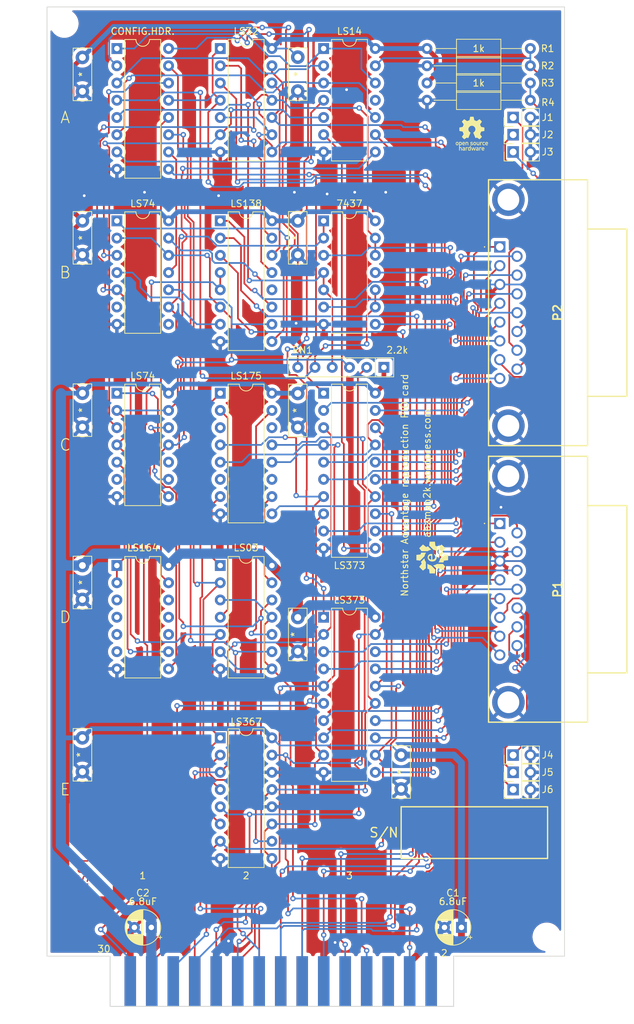
<source format=kicad_pcb>
(kicad_pcb (version 20211014) (generator pcbnew)
  (layers (0 "F.Cu" signal) (31 "B.Cu" signal) (34 "B.Paste" user) (35 "F.Paste" user) (36 "B.SilkS" user "B.Silkscreen") (37 "F.SilkS" user "F.Silkscreen") (38 "B.Mask" user) (39 "F.Mask" user) (44 "Edge.Cuts" user))
  (net 0 "")
  (net 1 "+5V")
  (net 2 "GND")
  (net 3 "Net-(J1-Pad1)")
  (net 4 "Net-(J1A1-Pad1)")
  (net 5 "Net-(J1A1-Pad9)")
  (net 6 "Net-(J1A1-Pad2)")
  (net 7 "Net-(J1A1-Pad10)")
  (net 8 "Net-(J1A1-Pad3)")
  (net 9 "Net-(J1A1-Pad11)")
  (net 10 "Net-(J1A1-Pad4)")
  (net 11 "Net-(J1A1-Pad12)")
  (net 12 "Net-(J1A1-Pad5)")
  (net 13 "/{slash}READ PI REGISTER")
  (net 14 "Net-(J1A1-Pad6)")
  (net 15 "Net-(J1A1-Pad14)")
  (net 16 "Net-(J1A1-Pad7)")
  (net 17 "Net-(J1A1-Pad15)")
  (net 18 "Net-(J1A1-Pad16)")
  (net 19 "Net-(J2-Pad1)")
  (net 20 "Net-(J3-Pad1)")
  (net 21 "Net-(J4-Pad1)")
  (net 22 "Net-(J5-Pad1)")
  (net 23 "Net-(J6-Pad1)")
  (net 25 "/{slash}ID REQ")
  (net 28 "/{slash}IO INT")
  (net 30 "/IO A2")
  (net 31 "/IO A3")
  (net 32 "/IO A1")
  (net 33 "/{slash}BRD")
  (net 34 "/IO A0")
  (net 35 "/IO 8MHz")
  (net 36 "/{slash}BWR")
  (net 37 "/IO3")
  (net 38 "/{slash}BIO RES")
  (net 39 "/IO2")
  (net 40 "/IO4")
  (net 41 "/IO5")
  (net 42 "/IO6")
  (net 43 "/IO1")
  (net 44 "/IO0")
  (net 46 "/IO7")
  (net 47 "/{slash}SELECT")
  (net 48 "Net-(P1-Pad1)")
  (net 49 "Net-(P1-Pad2)")
  (net 50 "Net-(P1-Pad4)")
  (net 51 "Net-(P1-Pad5)")
  (net 52 "/{slash}IN STROBE")
  (net 53 "/{slash}IN FLAG")
  (net 54 "/{slash}IN SPARE")
  (net 55 "Net-(P1-Pad9)")
  (net 56 "Net-(P1-Pad10)")
  (net 57 "Net-(P1-Pad11)")
  (net 58 "Net-(P1-Pad12)")
  (net 59 "Net-(P2-Pad1)")
  (net 60 "Net-(P2-Pad2)")
  (net 61 "Net-(P2-Pad4)")
  (net 62 "Net-(P2-Pad5)")
  (net 63 "/{slash}OUT FLAG")
  (net 64 "/{slash}OUT ACK")
  (net 65 "/{slash}OUT STROBE")
  (net 66 "Net-(P2-Pad9)")
  (net 67 "Net-(P2-Pad10)")
  (net 68 "Net-(P2-Pad11)")
  (net 69 "Net-(P2-Pad12)")
  (net 70 "/PUP")
  (net 71 "/IN FLAG")
  (net 72 "Net-(U1B1-Pad1)")
  (net 74 "Net-(U1B1-Pad10)")
  (net 75 "Net-(U1B1-Pad4)")
  (net 77 "Net-(U1B1-Pad13)")
  (net 78 "Net-(U1C1-Pad1)")
  (net 79 "/{slash}LOAD PO REGISTER")
  (net 81 "Net-(U1C1-Pad11)")
  (net 82 "Net-(U1C1-Pad5)")
  (net 83 "Net-(U1C1-Pad12)")
  (net 92 "Net-(U2A1-Pad2)")
  (net 93 "Net-(U2A1-Pad5)")
  (net 94 "/{slash}LOAD MASK")
  (net 95 "Net-(U2A1-Pad13)")
  (net 97 "Net-(U3A1-Pad6)")
  (net 98 "Net-(U1B1-Pad9)")
  (net 100 "Net-(U2C1-Pad2)")
  (net 101 "Net-(U2C1-Pad10)")
  (net 106 "Net-(U2C1-Pad7)")
  (net 107 "Net-(U2C1-Pad15)")
  (footprint "MountingHole:MountingHole_3.2mm_M3" (layer "F.Cu") (at 152.015373 164.865486)
    (fp_text reference "REF**" hide)
    (fp_text value "MountingHole_3.2mm_M3")
  )
  (footprint "Package_DIP:DIP-16_W7.62mm" (layer "F.Cu") (at 103.875373 84.735486)
    (fp_text reference "U2C1" hide)
    (fp_text value "LS175")
  )
  (footprint "Package_DIP:DIP-20_W7.62mm" (layer "F.Cu") (at 119.115373 117.755486)
    (fp_text reference "U3D1" hide)
    (fp_text value "LS373")
  )
  (footprint "Package_DIP:DIP-14_W7.62mm" (layer "F.Cu") (at 88.635373 110.135486)
    (fp_text reference "U1D1" hide)
    (fp_text value "LS164")
  )
  (footprint "Package_DIP:DIP-20_W7.62mm" (layer "F.Cu") (at 119.115373 84.735486)
    (fp_text reference "U3C1" hide)
    (fp_text value "LS373")
  )
  (footprint "Package_DIP:DIP-14_W7.62mm" (layer "F.Cu") (at 103.875373 33.935486)
    (fp_text reference "U2A1" hide)
    (fp_text value "LS32")
  )
  (footprint "Capacitor_THT:C_Disc_D7.5mm_W2.5mm_P5.00mm" (layer "F.Cu") (at 83.555373 135.535486 -90)
    (fp_text reference "C11" hide)
    (fp_text value "*")
  )
  (footprint "Evan's misc parts:L77SDA15S1ACH3R" (layer "F.Cu") (at 145.088642 63.173286 90)
    (fp_text reference "P2")
    (fp_text value "OUTPUT PORT" hide)
  )
  (footprint "Connector_PinHeader_2.54mm:PinHeader_1x02_P2.54mm_Vertical" (layer "F.Cu") (at 147.055373 138.075486 90)
    (fp_text reference "J4")
    (fp_text value "Conn_01x02")
  )
  (footprint "Capacitor_THT:C_Disc_D7.5mm_W2.5mm_P5.00mm" (layer "F.Cu") (at 115.305373 117.795486 -90)
    (fp_text reference "C10" hide)
    (fp_text value "*")
  )
  (footprint "MountingHole:MountingHole_3.2mm_M3" (layer "F.Cu") (at 80.885373 30.255486)
    (fp_text reference "REF**" hide)
    (fp_text value "MountingHole_3.2mm_M3")
  )
  (footprint "Capacitor_THT:C_Disc_D7.5mm_W2.5mm_P5.00mm" (layer "F.Cu") (at 115.305373 35.205486 -90)
    (fp_text reference "C4" hide)
    (fp_text value "*")
  )
  (footprint "Capacitor_THT:C_Disc_D7.5mm_W2.5mm_P5.00mm" (layer "F.Cu") (at 115.305373 59.335486 -90)
    (fp_text reference "C6" hide)
    (fp_text value "*")
  )
  (footprint "Package_DIP:DIP-16_W7.62mm" (layer "F.Cu") (at 103.875373 59.335486)
    (fp_text reference "U2B1" hide)
    (fp_text value "LS138")
  )
  (footprint "Package_DIP:DIP-14_W7.62mm" (layer "F.Cu") (at 119.115373 33.935486)
    (fp_text reference "U3A1" hide)
    (fp_text value "LS14")
  )
  (footprint "Package_DIP:DIP-16_W7.62mm" (layer "F.Cu") (at 88.635373 33.935486)
    (fp_text reference "J1A1" hide)
    (fp_text value "CONFIG.HDR.")
  )
  (footprint "Resistor_THT:R_Array_SIP6" (layer "F.Cu") (at 128.005373 80.925486 180)
    (fp_text reference "RN1")
    (fp_text value "2.2k")
  )
  (footprint "Capacitor_THT:C_Disc_D7.5mm_W2.5mm_P5.00mm" (layer "F.Cu") (at 115.305373 84.775486 -90)
    (fp_text reference "C8" hide)
    (fp_text value "*")
  )
  (footprint "Evan's misc parts:OSHW gear" (layer "F.Cu") (at 140.97 46.482)
    (fp_text reference "G***" hide)
    (fp_text value "LOGO" hide)
  )
  (footprint "Evan's misc parts:northstar edge connector" (layer "F.Cu") (at 87.635373 167.715486)
    (fp_text reference "J7" hide)
    (fp_text value "Conn_02x15_Odd_Even")
    (fp_line (start 0 7.4) (end 0 0) (layer "Edge.Cuts") (width 0.12))
    (fp_line (start 50.65 7.4) (end 0 7.4) (layer "Edge.Cuts") (width 0.12))
    (fp_line (start 50.65 7.4) (end 50.65 0) (layer "Edge.Cuts") (width 0.12))
  )
  (footprint "Capacitor_THT:C_Disc_D7.5mm_W2.5mm_P5.00mm" (layer "F.Cu") (at 83.555373 35.245486 -90)
    (fp_text reference "C3" hide)
    (fp_text value "*")
  )
  (footprint "Capacitor_THT:C_Disc_D7.5mm_W2.5mm_P5.00mm" (layer "F.Cu") (at 83.555373 84.735486 -90)
    (fp_text reference "C7" hide)
    (fp_text value "*")
  )
  (footprint "Capacitor_THT:C_Disc_D7.5mm_W2.5mm_P5.00mm" (layer "F.Cu") (at 130.545373 138.075486 -90)
    (fp_text reference "C12" hide)
    (fp_text value "*")
  )
  (footprint "Resistor_THT:R_Axial_DIN0207_L6.3mm_D2.5mm_P15.24mm_Horizontal" (layer "F.Cu") (at 149.595373 41.555486 180)
    (fp_text reference "R4")
    (fp_text value "R")
  )
  (footprint "Resistor_THT:R_Axial_DIN0207_L6.3mm_D2.5mm_P15.24mm_Horizontal" (layer "F.Cu") (at 149.595373 36.475486 180)
    (fp_text reference "R2")
    (fp_text value "R")
  )
  (footprint "Connector_PinHeader_2.54mm:PinHeader_1x02_P2.54mm_Vertical" (layer "F.Cu") (at 147.055373 140.615486 90)
    (fp_text reference "J5")
    (fp_text value "Conn_01x02")
  )
  (footprint "Package_DIP:DIP-14_W7.62mm" (layer "F.Cu") (at 103.875373 110.135486)
    (fp_text reference "U2D1" hide)
    (fp_text value "LS03")
  )
  (footprint "Capacitor_THT:C_Disc_D7.5mm_W2.5mm_P5.00mm" (layer "F.Cu") (at 83.555373 110.135486 -90)
    (fp_text reference "C9" hide)
    (fp_text value "*")
  )
  (footprint "Resistor_THT:R_Axial_DIN0207_L6.3mm_D2.5mm_P15.24mm_Horizontal" (layer "F.Cu") (at 134.355373 39.015486)
    (fp_text reference "R3")
    (fp_text value "1k")
  )
  (footprint "Package_DIP:DIP-14_W7.62mm" (layer "F.Cu") (at 88.635373 59.335486)
    (fp_text reference "U1B1" hide)
    (fp_text value "LS74")
  )
  (footprint "Package_DIP:DIP-14_W7.62mm" (layer "F.Cu") (at 88.635373 84.735486)
    (fp_text reference "U1C1" hide)
    (fp_text value "LS74")
  )
  (footprint "Package_DIP:DIP-16_W7.62mm" (layer "F.Cu") (at 103.875373 135.535486)
    (fp_text reference "U2E1" hide)
    (fp_text value "LS367")
  )
  (footprint "Evan's misc parts:Evan Logo" (layer "F.Cu") (at 135.128 108.966 90)
    (fp_text reference "G***" hide)
    (fp_text value "LOGO" hide)
  )
  (footprint "Capacitor_THT:C_Disc_D7.5mm_W2.5mm_P5.00mm" (layer "F.Cu") (at 83.555373 59.335486 -90)
    (fp_text reference "C5" hide)
    (fp_text value "*")
  )
  (footprint "Connector_PinHeader_2.54mm:PinHeader_1x02_P2.54mm_Vertical" (layer "F.Cu") (at 147.055373 46.635486 90)
    (fp_text reference "J2")
    (fp_text value "Conn_01x02")
  )
  (footprint "Capacitor_THT:CP_Radial_D5.0mm_P2.50mm" (layer "F.Cu") (at 93.715373 163.475486 180)
    (fp_text reference "C2")
    (fp_text value "6.8uF")
  )
  (footprint "Evan's misc parts:L77SDA15S1ACH3R" (layer "F.Cu") (at 145.088642 103.935486 90)
    (fp_text reference "P1")
    (fp_text value "INPUT PORT" hide)
  )
  (footprint "Connector_PinHeader_2.54mm:PinHeader_1x02_P2.54mm_Vertical" (layer "F.Cu") (at 147.055373 49.175486 90)
    (fp_text reference "J3")
    (fp_text value "Conn_01x02")
  )
  (footprint "Package_DIP:DIP-14_W7.62mm" (layer "F.Cu") (at 119.115373 59.335486)
    (fp_text reference "U3B1" hide)
    (fp_text value "7437")
  )
  (footprint "Resistor_THT:R_Axial_DIN0207_L6.3mm_D2.5mm_P15.24mm_Horizontal" (layer "F.Cu") (at 134.355373 33.935486)
    (fp_text reference "R1")
    (fp_text value "1k")
  )
  (footprint "Capacitor_THT:CP_Radial_D5.0mm_P2.50mm" (layer "F.Cu") (at 139.435373 163.475486 180)
    (fp_text reference "C1")
    (fp_text value "6.8uF")
  )
  (footprint "Connector_PinHeader_2.54mm:PinHeader_1x02_P2.54mm_Vertical" (layer "F.Cu") (at 147.055373 143.155486 90)
    (fp_text reference "J6")
    (fp_text value "Conn_01x02")
  )
  (footprint "Connector_PinHeader_2.54mm:PinHeader_1x02_P2.54mm_Vertical" (layer "F.Cu") (at 147.055373 44.095486 90)
    (fp_text reference "J1")
    (fp_text value "Conn_01x02")
  )
  (gr_rect (start 152.135373 145.695486) (end 130.545373 153.315486) (layer "F.SilkS") (width 0.2) (fill none))
  (gr_line (start 78.335373 167.715486) (end 78.335373 27.805486) (layer "Edge.Cuts") (width 0.1))
  (gr_line (start 154.635373 167.715486) (end 138.285373 167.715486) (layer "Edge.Cuts") (width 0.1))
  (gr_line (start 154.635373 167.715486) (end 154.635373 27.805486) (layer "Edge.Cuts") (width 0.1))
  (gr_line (start 78.335373 27.805486) (end 154.635373 27.805486) (layer "Edge.Cuts") (width 0.1))
  (gr_line (start 87.635373 167.715486) (end 78.335373 167.715486) (layer "Edge.Cuts") (width 0.1))
  (gr_text "ASSY 00xxx\nPIO" (at 84.825373 152.045486 90) (layer "F.Cu") (effects (font (size 1.4 1.4) (thickness 0.2))))
  (gr_text "E" (at 81.015373 143.155486) (layer "F.SilkS") (effects (font (size 1.7 1.7))))
  (gr_text "S/N" (at 128.005373 149.505486) (layer "F.SilkS") (effects (font (size 1.4 1.4) (thickness 0.2))))
  (gr_text "3" (at 122.925373 155.855486) (layer "F.SilkS") (effects (font (size 1 1))))
  (gr_text "A" (at 81.015373 44.095486) (layer "F.SilkS") (effects (font (size 1.7 1.7))))
  (gr_text "2" (at 136.895373 167.285486) (layer "F.SilkS") (effects (font (size 1 1))))
  (gr_text "C" (at 81.015373 92.355486) (layer "F.SilkS") (effects (font (size 1.7 1.7))))
  (gr_text "B" (at 81.015373 66.955486) (layer "F.SilkS") (effects (font (size 1.7 1.7))))
  (gr_text "1" (at 92.445373 155.855486) (layer "F.SilkS") (effects (font (size 1 1))))
  (gr_text "D" (at 81.015373 117.755486) (layer "F.SilkS") (effects (font (size 1.7 1.7))))
  (gr_text "2" (at 107.685373 155.855486) (layer "F.SilkS") (effects (font (size 1 1))))
  (gr_text "abzman2k.wordpress.com" (at 134.366 96.52 90) (layer "F.SilkS") (effects (font (size 1 1))))
  (gr_text "30" (at 86.730373 166.650486) (layer "F.SilkS") (effects (font (size 1 1))))
  (gr_text "Northstar Advantage reproduction PIO card" (at 131.064 98.298 90) (layer "F.SilkS") (effects (font (size 1 1))))
  (segment (start 128.005373 80.925486) (end 128.005373 83.465487) (width 0.7) (layer "F.Cu") (net 1))
  (segment (start 115.305373 113.945486) (end 115.305373 117.795486) (width 1.5) (layer "F.Cu") (net 1))
  (segment (start 138.419373 166.294886) (end 139.435373 165.278886) (width 1) (layer "F.Cu") (net 1))
  (segment (start 134.141351 166.294886) (end 138.419373 166.294886) (width 1) (layer "F.Cu") (net 1))
  (segment (start 131.800973 168.635264) (end 134.141351 166.294886) (width 1) (layer "F.Cu") (net 1))
  (segment (start 135.704884 37.665975) (end 134.355373 39.015486) (width 0.7) (layer "F.Cu") (net 1))
  (segment (start 82.005862 57.785975) (end 82.005862 36.794997) (width 0.7) (layer "F.Cu") (net 1))
  (segment (start 139.435373 165.278886) (end 139.435373 163.475486) (width 1) (layer "F.Cu") (net 1))
  (segment (start 83.555373 59.335486) (end 82.005862 57.785975) (width 0.7) (layer "F.Cu") (net 1))
  (segment (start 83.555373 59.335486) (end 82.005862 60.884997) (width 0.7) (layer "F.Cu") (net 1))
  (segment (start 128.005373 83.465487) (end 126.735373 84.735486) (width 0.7) (layer "F.Cu") (net 1))
  (segment (start 111.495373 110.135486) (end 115.305373 113.945486) (width 1.5) (layer "F.Cu") (net 1))
  (segment (start 82.005862 36.794997) (end 83.555373 35.245486) (width 0.7) (layer "F.Cu") (net 1))
  (segment (start 82.005862 60.884997) (end 82.005862 83.185975) (width 0.7) (layer "F.Cu") (net 1))
  (segment (start 82.005862 83.185975) (end 83.555373 84.735486) (width 0.7) (layer "F.Cu") (net 1))
  (segment (start 135.704884 35.284997) (end 135.704884 37.665975) (width 0.7) (layer "F.Cu") (net 1))
  (segment (start 134.355373 33.935486) (end 135.704884 35.284997) (width 0.7) (layer "F.Cu") (net 1))
  (segment (start 131.800973 171.415486) (end 131.800973 168.635264) (width 1) (layer "F.Cu") (net 1))
  (segment (start 117.094884 116.005975) (end 124.985862 116.005975) (width 1.5) (layer "B.Cu") (net 1))
  (segment (start 84.904884 134.185975) (end 110.145862 134.185975) (width 0.7) (layer "B.Cu") (net 1))
  (segment (start 85.304884 108.385975) (end 94.505862 108.385975) (width 1.5) (layer "B.Cu") (net 1))
  (segment (start 83.555373 135.535486) (end 84.904884 134.185975) (width 0.7) (layer "B.Cu") (net 1))
  (segment (start 139.435373 139.206773) (end 138.304086 138.075486) (width 1) (layer "B.Cu") (net 1))
  (segment (start 111.495373 135.535486) (end 112.619884 136.659997) (width 0.25) (layer "B.Cu") (net 1))
  (segment (start 115.305373 84.775486) (end 116.743459 83.3374) (width 0.7) (layer "B.Cu") (net 1))
  (segment (start 83.555373 35.245486) (end 88.117659 30.6832) (width 0.7) (layer "B.Cu") (net 1))
  (segment (start 108.243087 30.6832) (end 111.495373 33.935486) (width 0.7) (layer "B.Cu") (net 1))
  (segment (start 85.955825 57.985975) (end 94.905862 57.985975) (width 0.7) (layer "B.Cu") (net 1))
  (segment (start 84.904884 57.985975) (end 85.955825 57.985975) (width 0.7) (layer "B.Cu") (net 1))
  (segment (start 110.145862 57.985975) (end 111.495373 59.335486) (width 0.7) (layer "B.Cu") (net 1))
  (segment (start 88.117659 30.6832) (end 108.243087 30.6832) (width 0.7) (layer "B.Cu") (net 1))
  (segment (start 94.505862 108.385975) (end 96.255373 110.135486) (width 1.5) (layer "B.Cu") (net 1))
  (segment (start 139.435373 163.475486) (end 139.435373 139.206773) (width 1) (layer "B.Cu") (net 1))
  (segment (start 126.735373 33.935486) (end 134.355373 33.935486) (width 0.7) (layer "B.Cu") (net 1))
  (segment (start 89.905373 160.935486) (end 92.445373 160.935486) (width 1.5) (layer "B.Cu") (net 1))
  (segment (start 138.304086 138.075486) (end 130.545373 138.075486) (width 1) (layer "B.Cu") (net 1))
  (segment (start 80.380373 135.535486) (end 80.380373 151.410486) (width 1.5) (layer "B.Cu") (net 1))
  (segment (start 81.015373 110.135486) (end 80.380373 109.500486) (width 1.5) (layer "B.Cu") (net 1))
  (segment (start 125.385862 32.585975) (end 112.844884 32.585975) (width 0.7) (layer "B.Cu") (net 1))
  (segment (start 114.035373 33.935486) (end 111.495373 33.935486) (width 0.25) (layer "B.Cu") (net 1))
  (segment (start 115.265373 84.735486) (end 115.305373 84.775486) (width 0.7) (layer "B.Cu") (net 1))
  (segment (start 80.380373 151.410486) (end 89.905373 160.935486) (width 1.5) (layer "B.Cu") (net 1))
  (segment (start 110.145862 83.385975) (end 111.495373 84.735486) (width 0.7) (layer "B.Cu") (net 1))
  (segment (start 109.745862 108.385975) (end 111.495373 110.135486) (width 1.5) (layer "B.Cu") (net 1))
  (segment (start 115.305373 59.335486) (end 116.654884 57.985975) (width 0.7) (layer "B.Cu") (net 1))
  (segment (start 80.380373 109.500486) (end 80.380373 135.535486) (width 1.5) (layer "B.Cu") (net 1))
  (segment (start 98.004884 108.385975) (end 109.745862 108.385975) (width 1.5) (layer "B.Cu") (net 1))
  (segment (start 116.654884 57.985975) (end 125.385862 57.985975) (width 0.7) (layer "B.Cu") (net 1))
  (segment (start 93.715373 163.475486) (end 93.715373 171.356596) (width 1.5) (layer "B.Cu") (net 1))
  (segment (start 116.743459 83.3374) (end 125.337287 83.3374) (width 0.7) (layer "B.Cu") (net 1))
  (segment (start 83.555373 110.135486) (end 81.015373 110.135486) (width 1.5) (layer "B.Cu") (net 1))
  (segment (start 94.905862 83.385975) (end 96.255373 84.735486) (width 0.7) (layer "B.Cu") (net 1))
  (segment (start 94.905862 57.985975) (end 96.255373 59.335486) (width 0.7) (layer "B.Cu") (net 1))
  (segment (start 83.555373 84.735486) (end 80.380373 84.735486) (width 0.7) (layer "B.Cu") (net 1))
  (segment (start 96.255373 110.135486) (end 98.004884 108.385975) (width 1.5) (layer "B.Cu") (net 1))
  (segment (start 80.380373 84.735486) (end 80.380373 109.500486) (width 1.5) (layer "B.Cu") (net 1))
  (segment (start 111.495373 84.735486) (end 115.265373 84.735486) (width 0.7) (layer "B.Cu") (net 1))
  (segment (start 126.735373 33.935486) (end 125.385862 32.585975) (width 0.7) (layer "B.Cu") (net 1))
  (segment (start 97.604884 57.985975) (end 110.145862 57.985975) (width 0.7) (layer "B.Cu") (net 1))
  (segment (start 97.604884 83.385975) (end 110.145862 83.385975) (width 0.7) (layer "B.Cu") (net 1))
  (segment (start 83.555373 135.535486) (end 80.380373 135.535486) (width 0.7) (layer "B.Cu") (net 1))
  (segment (start 96.255373 84.735486) (end 97.604884 83.385975) (width 0.7) (layer "B.Cu") (net 1))
  (segment (start 111.495373 59.335486) (end 115.305373 59.335486) (width 0.7) (layer "B.Cu") (net 1))
  (segment (start 83.555373 59.335486) (end 84.904884 57.985975) (width 0.7) (layer "B.Cu") (net 1))
  (segment (start 93.715373 171.356596) (end 93.774263 171.415486) (width 1.5) (layer "B.Cu") (net 1))
  (segment (start 129.129884 136.659997) (end 130.545373 138.075486) (width 0.25) (layer "B.Cu") (net 1))
  (segment (start 83.555373 110.135486) (end 85.304884 108.385975) (width 1.5) (layer "B.Cu") (net 1))
  (segment (start 115.305373 117.795486) (end 117.094884 116.005975) (width 1.5) (layer "B.Cu") (net 1))
  (segment (start 125.385862 57.985975) (end 126.735373 59.335486) (width 0.7) (layer "B.Cu") (net 1))
  (segment (start 110.145862 134.185975) (end 111.495373 135.535486) (width 0.7) (layer "B.Cu") (net 1))
  (segment (start 112.619884 136.659997) (end 129.129884 136.659997) (width 0.25) (layer "B.Cu") (net 1))
  (segment (start 84.904884 83.385975) (end 94.905862 83.385975) (width 0.7) (layer "B.Cu") (net 1))
  (segment (start 92.445373 160.935486) (end 93.715373 162.205486) (width 1.5) (layer "B.Cu") (net 1))
  (segment (start 125.337287 83.3374) (end 126.735373 84.735486) (width 0.7) (layer "B.Cu") (net 1))
  (segment (start 115.305373 35.205486) (end 114.035373 33.935486) (width 0.25) (layer "B.Cu") (net 1))
  (segment (start 124.985862 116.005975) (end 126.735373 117.755486) (width 1.5) (layer "B.Cu") (net 1))
  (segment (start 112.844884 32.585975) (end 111.495373 33.935486) (width 0.7) (layer "B.Cu") (net 1))
  (segment (start 93.715373 162.205486) (end 93.715373 163.475486) (width 1.5) (layer "B.Cu") (net 1))
  (segment (start 83.555373 84.735486) (end 84.904884 83.385975) (width 0.7) (layer "B.Cu") (net 1))
  (segment (start 96.255373 59.335486) (end 97.604884 57.985975) (width 0.7) (layer "B.Cu") (net 1))
  (segment (start 115.305373 61.208629) (end 113.980862 59.884118) (width 0.25) (layer "F.Cu") (net 2))
  (segment (start 145.088642 109.475486) (end 149.858514 109.475486) (width 0.25) (layer "F.Cu") (net 2))
  (segment (start 115.305373 64.335486) (end 115.305373 61.208629) (width 0.25) (layer "F.Cu") (net 2))
  (segment (start 113.980862 59.884118) (end 113.980862 57.011938) (width 0.25) (layer "F.Cu") (net 2))
  (segment (start 119.125373 171.415486) (end 119.125373 167.377086) (width 1) (layer "F.Cu") (net 2))
  (segment (start 115.305373 42.194627) (end 115 42.5) (width 0.25) (layer "F.Cu") (net 2))
  (segment (start 120.804473 165.697986) (end 120.817173 165.685286) (width 1) (layer "F.Cu") (net 2))
  (segment (start 119.125373 167.377086) (end 120.804473 165.697986) (width 1) (layer "F.Cu") (net 2))
  (segment (start 90.605373 164.085486) (end 91.215373 163.475486) (width 1) (layer "F.Cu") (net 2))
  (segment (start 115.305373 40.205486) (end 115.305373 42.194627) (width 0.25) (layer "F.Cu") (net 2))
  (segment (start 115.305373 64.335486) (end 115.305373 66.812627) (width 0.25) (layer "F.Cu") (net 2))
  (segment (start 90.605373 171.415486) (end 90.605373 164.085486) (width 1) (layer "F.Cu") (net 2))
  (via (at 128.27 55.118) (size 0.8) (drill 0.4) (layers "F.Cu" "B.Cu") (net 2))
  (via (at 122.5 40) (size 0.8) (drill 0.4) (layers "F.Cu" "B.Cu") (net 2))
  (via (at 114.808 55.118) (size 0.8) (drill 0.4) (layers "F.Cu" "B.Cu") (net 2))
  (via (at 83.82 55.626) (size 0.8) (drill 0.4) (layers "F.Cu" "B.Cu") (net 2))
  (via (at 92.71 55.118) (size 0.8) (drill 0.4) (layers "F.Cu" "B.Cu") (net 2))
  (via (at 145.2626 101.5492) (size 0.8) (drill 0.4) (layers "F.Cu" "B.Cu") (net 2))
  (via (at 103.632 55.626) (size 0.8) (drill 0.4) (layers "F.Cu" "B.Cu") (net 2))
  (via (at 120.804473 165.697986) (size 0.8) (drill 0.4) (layers "F.Cu" "B.Cu") (net 2))
  (via (at 105.094573 165.482086) (size 0.8) (drill 0.4) (layers "F.Cu" "B.Cu") (net 2))
  (via (at 119.634 55.372) (size 0.8) (drill 0.4) (layers "F.Cu" "B.Cu") (net 2))
  (via (at 115.062 74.422) (size 0.8) (drill 0.4) (layers "F.Cu" "B.Cu") (net 2))
  (via (at 123.698 55.118) (size 0.8) (drill 0.4) (layers "F.Cu" "B.Cu") (net 2))
  (segment (start 122.294514 40.205486) (end 122.5 40) (width 0.25) (layer "B.Cu") (net 2))
  (segment (start 134.969773 171.415486) (end 134.969773 165.441086) (width 1) (layer "B.Cu") (net 2))
  (segment (start 103.280973 171.415486) (end 103.280973 167.295686) (width 1) (layer "B.Cu") (net 2))
  (segment (start 145.488642 68.713286) (end 142.805086 68.713286) (width 0.25) (layer "B.Cu") (net 2))
  (segment (start 115.305373 40.205486) (end 122.294514 40.205486) (width 0.25) (layer "B.Cu") (net 2))
  (segment (start 145.488642 109.475486) (end 149.861486 109.475486) (width 0.25) (layer "B.Cu") (net 2))
  (segment (start 145.488642 109.475486) (end 143.054286 109.475486) (width 0.25) (layer "B.Cu") (net 2))
  (segment (start 103.280973 167.295686) (end 105.094573 165.482086) (width 1) (layer "B.Cu") (net 2))
  (segment (start 105.094573 165.482086) (end 105.119973 165.456686) (width 1) (layer "B.Cu") (net 2))
  (segment (start 134.969773 165.441086) (end 136.935373 163.475486) (width 1) (layer "B.Cu") (net 2))
  (segment (start 145.488642 68.713286) (end 149.764686 68.713286) (width 0.25) (layer "B.Cu") (net 2))
  (segment (start 150.18252 53.966603) (end 150.18252 73.084408) (width 0.25) (layer "F.Cu") (net 3))
  (segment (start 147.055373 44.095486) (end 148.420862 45.460975) (width 0.25) (layer "F.Cu") (net 3))
  (segment (start 148.420862 45.460975) (end 148.420862 52.204944) (width 0.25) (layer "F.Cu") (net 3))
  (segment (start 148.420862 52.204944) (end 150.18252 53.966603) (width 0.25) (layer "F.Cu") (net 3))
  (segment (start 150.18252 73.084408) (end 147.628642 75.638286) (width 0.25) (layer "F.Cu") (net 3))
  (segment (start 116.586 99.06) (end 116.629884 99.016116) (width 0.25) (layer "F.Cu") (net 4))
  (segment (start 113.792 81.788) (end 113.792 78.232) (width 0.25) (layer "F.Cu") (net 4))
  (segment (start 116.816455 50.010745) (end 116.254204 50.572996) (width 0.25) (layer "F.Cu") (net 4))
  (segment (start 116.816455 31.290945) (end 116.816455 50.010745) (width 0.25) (layer "F.Cu") (net 4))
  (segment (start 119.115373 117.755486) (end 119.115373 113.548627) (width 0.25) (layer "F.Cu") (net 4))
  (segment (start 115.062 82.042) (end 114.046 82.042) (width 0.25) (layer "F.Cu") (net 4))
  (segment (start 116.967 31.1404) (end 116.816455 31.290945) (width 0.25) (layer "F.Cu") (net 4))
  (segment (start 116.629884 83.609884) (end 115.062 82.042) (width 0.25) (layer "F.Cu") (net 4))
  (segment (start 116.254204 50.572996) (end 116.254204 56.726462) (width 0.25) (layer "F.Cu") (net 4))
  (segment (start 107.8484 32.2072) (end 108.2548 31.8008) (width 0.25) (layer "F.Cu") (net 4))
  (segment (start 107.8484 33.0708) (end 107.8484 32.2072) (width 0.25) (layer "F.Cu") (net 4))
  (segment (start 116.586 112.014) (end 116.586 99.06) (width 0.25) (layer "F.Cu") (net 4))
  (segment (start 114.046 82.042) (end 113.792 81.788) (width 0.25) (layer "F.Cu") (net 4))
  (segment (start 116.629884 57.102142) (end 116.629884 76.664116) (width 0.25) (layer "F.Cu") (net 4))
  (segment (start 116.254204 56.726462) (end 116.629884 57.102142) (width 0.25) (layer "F.Cu") (net 4))
  (segment (start 116.629884 99.016116) (end 116.629884 83.609884) (width 0.25) (layer "F.Cu") (net 4))
  (segment (start 119.115373 113.548627) (end 119.126 113.538) (width 0.25) (layer "F.Cu") (net 4))
  (segment (start 108.2548 31.8008) (end 111.0742 31.8008) (width 0.25) (layer "F.Cu") (net 4))
  (via (at 107.8484 33.0708) (size 0.8) (drill 0.4) (layers "F.Cu" "B.Cu") (net 4))
  (via (at 116.967 31.1404) (size 0.8) (drill 0.4) (layers "F.Cu" "B.Cu") (net 4))
  (via (at 116.629884 76.664116) (size 0.8) (drill 0.4) (layers "F.Cu" "B.Cu") (net 4))
  (via (at 113.792 78.232) (size 0.8) (drill 0.4) (layers "F.Cu" "B.Cu") (net 4))
  (via (at 111.0742 31.8008) (size 0.8) (drill 0.4) (layers "F.Cu" "B.Cu") (net 4))
  (via (at 116.586 112.014) (size 0.8) (drill 0.4) (layers "F.Cu" "B.Cu") (net 4))
  (via (at 119.126 113.538) (size 0.8) (drill 0.4) (layers "F.Cu" "B.Cu") (net 4))
  (segment (start 117.602 112.014) (end 116.586 112.014) (width 0.25) (layer "B.Cu") (net 4))
  (segment (start 106.58484 31.80724) (end 107.8484 33.0708) (width 0.25) (layer "B.Cu") (net 4))
  (segment (start 93.33856 31.80724) (end 106.58484 31.80724) (width 0.25) (layer "B.Cu") (net 4))
  (segment (start 88.635373 33.935486) (end 91.210314 33.935486) (width 0.25) (layer "B.Cu") (net 4))
  (segment (start 91.210314 33.935486) (end 93.33856 31.80724) (width 0.25) (layer "B.Cu") (net 4))
  (segment (start 111.0742 31.8008) (end 116.3066 31.8008) (width 0.25) (layer "B.Cu") (net 4))
  (segment (start 119.126 113.538) (end 117.602 112.014) (width 0.25) (layer "B.Cu") (net 4))
  (segment (start 115.062 78.232) (end 116.629884 76.664116) (width 0.25) (layer "B.Cu") (net 4))
  (segment (start 116.3066 31.8008) (end 116.967 31.1404) (width 0.25) (layer "B.Cu") (net 4))
  (segment (start 113.792 78.232) (end 115.062 78.232) (width 0.25) (layer "B.Cu") (net 4))
  (segment (start 116.720862 82.340975) (end 119.115373 84.735486) (width 0.25) (layer "F.Cu") (net 5))
  (segment (start 117.666485 52.515485) (end 117.990862 52.839862) (width 0.25) (layer "F.Cu") (net 5))
  (segment (start 116.720862 79.713062) (end 116.720862 82.340975) (width 0.25) (layer "F.Cu") (net 5))
  (segment (start 117.990862 78.443062) (end 116.720862 79.713062) (width 0.25) (layer "F.Cu") (net 5))
  (segment (start 116.978715 52.515485) (end 117.666485 52.515485) (width 0.25) (layer "F.Cu") (net 5))
  (segment (start 117.990862 52.839862) (end 117.990862 78.443062) (width 0.25) (layer "F.Cu") (net 5))
  (via (at 116.978715 52.515485) (size 0.8) (drill 0.4) (layers "F.Cu" "B.Cu") (net 5))
  (segment (start 96.255373 51.715486) (end 97.055372 52.515485) (width 0.25) (layer "B.Cu") (net 5))
  (segment (start 97.055372 52.515485) (end 116.978715 52.515485) (width 0.25) (layer "B.Cu") (net 5))
  (segment (start 124.689686 36.969798) (end 124.689686 33.935486) (width 0.25) (layer "B.Cu") (net 6))
  (segment (start 87.510862 35.350975) (end 87.510862 32.504138) (width 0.25) (layer "B.Cu") (net 6))
  (segment (start 88.65728 31.35772) (end 107.30372 31.35772) (width 0.25) (layer "B.Cu") (net 6))
  (segment (start 116.520862 36.529997) (end 119.115373 33.935486) (width 0.25) (layer "B.Cu") (net 6))
  (segment (start 112.682397 35.059997) (end 114.152397 36.529997) (width 0.25) (layer "B.Cu") (net 6))
  (segment (start 111.005997 35.059997) (end 112.682397 35.059997) (width 0.25) (layer "B.Cu") (net 6))
  (segment (start 124.689686 33.935486) (end 119.115373 33.935486) (width 0.25) (layer "B.Cu") (net 6))
  (segment (start 88.635373 36.475486) (end 87.510862 35.350975) (width 0.25) (layer "B.Cu") (net 6))
  (segment (start 107.30372 31.35772) (end 111.005997 35.059997) (width 0.25) (layer "B.Cu") (net 6))
  (segment (start 114.152397 36.529997) (end 116.520862 36.529997) (width 0.25) (layer "B.Cu") (net 6))
  (segment (start 126.735373 39.015486) (end 124.689686 36.969798) (width 0.25) (layer "B.Cu") (net 6))
  (segment (start 87.510862 32.504138) (end 88.65728 31.35772) (width 0.25) (layer "B.Cu") (net 6))
  (segment (start 97.379884 50.299997) (end 97.379884 65.830975) (width 0.25) (layer "F.Cu") (net 7))
  (segment (start 97.379884 65.830975) (end 96.255373 66.955486) (width 0.25) (layer "F.Cu") (net 7))
  (segment (start 96.255373 49.175486) (end 97.379884 50.299997) (width 0.25) (layer "F.Cu") (net 7))
  (segment (start 111.961162 37.599997) (end 110.218597 37.599997) (width 0.25) (layer "B.Cu") (net 8))
  (segment (start 92.299885 35.350975) (end 88.635373 39.015486) (width 0.25) (layer "B.Cu") (net 8))
  (segment (start 112.581641 36.979517) (end 111.961162 37.599997) (width 0.25) (layer "B.Cu") (net 8))
  (segment (start 107.969575 35.350975) (end 92.299885 35.350975) (width 0.25) (layer "B.Cu") (net 8))
  (segment (start 119.115373 36.475486) (end 117.211091 36.475486) (width 0.25) (layer "B.Cu") (net 8))
  (segment (start 110.218597 37.599997) (end 107.969575 35.350975) (width 0.25) (layer "B.Cu") (net 8))
  (segment (start 116.707059 36.979517) (end 112.581641 36.979517) (width 0.25) (layer "B.Cu") (net 8))
  (segment (start 117.211091 36.475486) (end 116.707059 36.979517) (width 0.25) (layer "B.Cu") (net 8))
  (segment (start 101.38912 145.749233) (end 103.875373 148.235486) (width 0.25) (layer "F.Cu") (net 9))
  (segment (start 99.522831 49.865114) (end 99.522831 53.208087) (width 0.25) (layer "F.Cu") (net 9))
  (segment (start 99.95136 112.54976) (end 100.3046 112.903) (width 0.25) (layer "F.Cu") (net 9))
  (segment (start 99.078654 53.652264) (end 99.078654 58.665602) (width 0.25) (layer "F.Cu") (net 9))
  (segment (start 98.423914 48.766196) (end 99.522831 49.865114) (width 0.25) (layer "F.Cu") (net 9))
  (segment (start 98.423914 46.635486) (end 98.423914 48.766196) (width 0.25) (layer "F.Cu") (net 9))
  (segment (start 101.38912 115.161739) (end 101.38912 145.749233) (width 0.25) (layer "F.Cu") (net 9))
  (segment (start 100.3046 112.903) (end 100.49008 112.903) (width 0.25) (layer "F.Cu") (net 9))
  (segment (start 99.522831 53.208087) (end 99.078654 53.652264) (width 0.25) (layer "F.Cu") (net 9))
  (segment (start 99.95136 59.538309) (end 99.95136 112.54976) (width 0.25) (layer "F.Cu") (net 9))
  (segment (start 99.078654 58.665602) (end 99.95136 59.538309) (width 0.25) (layer "F.Cu") (net 9))
  (segment (start 103.875373 112.675486) (end 101.38912 115.161739) (width 0.25) (layer "F.Cu") (net 9))
  (via (at 98.423914 46.635486) (size 0.8) (drill 0.4) (layers "F.Cu" "B.Cu") (net 9))
  (via (at 100.49008 112.903) (size 0.8) (drill 0.4) (layers "F.Cu" "B.Cu") (net 9))
  (segment (start 100.49008 112.903) (end 100.717594 112.675486) (width 0.25) (layer "B.Cu") (net 9))
  (segment (start 96.255373 46.635486) (end 98.423914 46.635486) (width 0.25) (layer "B.Cu") (net 9))
  (segment (start 100.717594 112.675486) (end 103.875373 112.675486) (width 0.25) (layer "B.Cu") (net 9))
  (segment (start 126.735373 72.035486) (end 125.476 73.294859) (width 0.25) (layer "F.Cu") (net 10))
  (segment (start 100.9396 81.8896) (end 101.2698 82.2198) (width 0.25) (layer "F.Cu") (net 10))
  (segment (start 117.845373 79.309427) (end 119.3927 77.7621) (width 0.25) (layer "F.Cu") (net 10))
  (segment (start 100.9396 40.4114) (end 100.9396 81.8896) (width 0.25) (layer "F.Cu") (net 10))
  (segment (start 125.476 73.294859) (end 125.476 77.47) (width 0.25) (layer "F.Cu") (net 10))
  (segment (start 117.845373 80.925486) (end 117.845373 79.309427) (width 0.25) (layer "F.Cu") (net 10))
  (segment (start 126.735373 69.495486) (end 126.735373 72.035486) (width 0.25) (layer "F.Cu") (net 10))
  (via (at 101.2698 82.2198) (size 0.8) (drill 0.4) (layers "F.Cu" "B.Cu") (net 10))
  (via (at 125.476 77.47) (size 0.8) (drill 0.4) (layers "F.Cu" "B.Cu") (net 10))
  (via (at 100.9396 40.4114) (size 0.8) (drill 0.4) (layers "F.Cu" "B.Cu") (net 10))
  (via (at 119.3927 77.7621) (size 0.8) (drill 0.4) (layers "F.Cu" "B.Cu") (net 10))
  (segment (start 119.3927 77.7621) (end 119.507 77.6478) (width 0.25) (layer "B.Cu") (net 10))
  (segment (start 101.5746 82.5246) (end 116.246259 82.5246) (width 0.25) (layer "B.Cu") (net 10))
  (segment (start 116.246259 82.5246) (end 117.845373 80.925486) (width 0.25) (layer "B.Cu") (net 10))
  (segment (start 101.2698 82.2198) (end 101.5746 82.5246) (width 0.25) (layer "B.Cu") (net 10))
  (segment (start 119.507 77.6478) (end 125.4506 77.6478) (width 0.25) (layer "B.Cu") (net 10))
  (segment (start 88.635373 41.555486) (end 94.436114 41.555486) (width 0.25) (layer "B.Cu") (net 10))
  (segment (start 94.436114 41.555486) (end 95.5802 40.4114) (width 0.25) (layer "B.Cu") (net 10))
  (segment (start 95.5802 40.4114) (end 100.9396 40.4114) (width 0.25) (layer "B.Cu") (net 10))
  (segment (start 95.130862 92.829138) (end 94.1324 93.8276) (width 0.25) (layer "F.Cu") (net 11))
  (segment (start 96.255373 44.095486) (end 95.130862 45.219997) (width 0.25) (layer "F.Cu") (net 11))
  (segment (start 95.130862 45.219997) (end 95.130862 92.829138) (width 0.25) (layer "F.Cu") (net 11))
  (segment (start 94.1324 96.0882) (end 94.234 96.1898) (width 0.25) (layer "F.Cu") (net 11))
  (segment (start 94.1324 93.8276) (end 94.1324 96.0882) (width 0.25) (layer "F.Cu") (net 11))
  (via (at 94.234 96.1898) (size 0.8) (drill 0.4) (layers "F.Cu" "B.Cu") (net 11))
  (segment (start 94.234 96.901) (end 94.234 96.1898) (width 0.25) (layer "B.Cu") (net 11))
  (segment (start 96.255373 97.435486) (end 94.768486 97.435486) (width 0.25) (layer "B.Cu") (net 11))
  (segment (start 94.768486 97.435486) (end 94.234 96.901) (width 0.25) (layer "B.Cu") (net 11))
  (segment (start 119.115373 69.495486) (end 120.385373 70.765486) (width 0.25) (layer "F.Cu") (net 12))
  (segment (start 107.9754 67.945) (end 108.1532 68.1228) (width 0.25) (layer "F.Cu") (net 12))
  (segment (start 119.115373 69.495486) (end 119.115373 66.955486) (width 0.25) (layer "F.Cu") (net 12))
  (segment (start 120.385373 70.765486) (end 120.385373 80.925486) (width 0.25) (layer "F.Cu") (net 12))
  (segment (start 107.9754 42.2148) (end 107.9754 67.945) (width 0.25) (layer "F.Cu") (net 12))
  (via (at 107.9754 42.2148) (size 0.8) (drill 0.4) (layers "F.Cu" "B.Cu") (net 12))
  (via (at 108.1532 68.1228) (size 0.8) (drill 0.4) (layers "F.Cu" "B.Cu") (net 12))
  (segment (start 104.430361 42.970975) (end 105.186536 42.2148) (width 0.25) (layer "B.Cu") (net 12))
  (segment (start 108.1532 68.1228) (end 117.948059 68.1228) (width 0.25) (layer "B.Cu") (net 12))
  (segment (start 88.635373 44.095486) (end 89.759884 42.970975) (width 0.25) (layer "B.Cu") (net 12))
  (segment (start 105.186536 42.2148) (end 107.9754 42.2148) (width 0.25) (layer "B.Cu") (net 12))
  (segment (start 117.948059 68.1228) (end 119.115373 66.955486) (width 0.25) (layer "B.Cu") (net 12))
  (segment (start 89.759884 42.970975) (end 104.430361 42.970975) (width 0.25) (layer "B.Cu") (net 12))
  (segment (start 135.179886 140.615486) (end 134.97591 140.41151) (width 0.25) (layer "F.Cu") (net 13))
  (segment (start 111.495373 48.249373) (end 110.370862 47.124862) (width 0.25) (layer "F.Cu") (net 13))
  (segment (start 135.279314 140.615486) (end 135.179886 140.615486) (width 0.25) (layer "F.Cu") (net 13))
  (segment (start 136.398 47.752) (end 136.97216 48.32616) (width 0.25) (layer "F.Cu") (net 13))
  (segment (start 134.64008 121.8946) (end 134.64008 103.773652) (width 0.25) (layer "F.Cu") (net 13))
  (segment (start 136.97216 101.441572) (end 136.97216 100.16756) (width 0.25) (layer "F.Cu") (net 13))
  (segment (start 111.495373 49.175486) (end 111.495373 48.249373) (width 0.25) (layer "F.Cu") (net 13))
  (segment (start 136.97216 48.32616) (end 136.97216 100.16756) (width 0.25) (layer "F.Cu") (net 13))
  (segment (start 134.64008 103.773652) (end 136.97216 101.441572) (width 0.25) (layer "F.Cu") (net 13))
  (segment (start 134.97591 122.23043) (end 134.64008 121.8946) (width 0.25) (layer "F.Cu") (net 13))
  (segment (start 109.6264 43.5356) (end 109.6264 42.1386) (width 0.25) (layer "F.Cu") (net 13))
  (segment (start 134.97591 140.41151) (end 134.97591 122.23043) (width 0.25) (layer "F.Cu") (net 13))
  (segment (start 110.370862 47.124862) (end 110.370862 44.280062) (width 0.25) (layer "F.Cu") (net 13))
  (segment (start 110.370862 44.280062) (end 109.6264 43.5356) (width 0.25) (layer "F.Cu") (net 13))
  (via (at 109.6264 42.1386) (size 0.8) (drill 0.4) (layers "F.Cu" "B.Cu") (net 13))
  (via (at 135.279314 140.615486) (size 0.8) (drill 0.4) (layers "F.Cu" "B.Cu") (net 13))
  (via (at 136.398 47.752) (size 0.8) (drill 0.4) (layers "F.Cu" "B.Cu") (net 13))
  (segment (start 112.910862 47.759997) (end 136.390003 47.759997) (width 0.25) (layer "B.Cu") (net 13))
  (segment (start 136.390003 47.759997) (end 136.398 47.752) (width 0.25) (layer "B.Cu") (net 13))
  (segment (start 96.255373 41.555486) (end 102.005314 41.555486) (width 0.25) (layer "B.Cu") (net 13))
  (segment (start 111.495373 49.175486) (end 112.910862 47.759997) (width 0.25) (layer "B.Cu") (net 13))
  (segment (start 126.735373 140.615486) (end 135.279314 140.615486) (width 0.25) (layer "B.Cu") (net 13))
  (segment (start 102.005314 41.555486) (end 103.129825 40.430975) (width 0.25) (layer "B.Cu") (net 13))
  (segment (start 109.6264 42.1386) (end 107.918775 40.430975) (width 0.25) (layer "B.Cu") (net 13))
  (segment (start 107.918775 40.430975) (end 103.129825 40.430975) (width 0.25) (layer "B.Cu") (net 13))
  (segment (start 89.7636 38.989) (end 90.424 38.3286) (width 0.25) (layer "F.Cu") (net 14))
  (segment (start 89.7636 40.894) (end 89.7636 38.989) (width 0.25) (layer "F.Cu") (net 14))
  (segment (start 89.7636 45.507259) (end 89.7636 40.894) (width 0.25) (layer "F.Cu") (net 14))
  (segment (start 88.635373 46.635486) (end 89.7636 45.507259) (width 0.25) (layer "F.Cu") (net 14))
  (via (at 90.424 38.3286) (size 0.8) (drill 0.4) (layers "F.Cu" "B.Cu") (net 14))
  (segment (start 110.6424 40.4114) (end 108.121975 37.890975) (width 0.25) (layer "B.Cu") (net 14))
  (segment (start 116.610314 39.015486) (end 116.475803 38.880975) (width 0.25) (layer "B.Cu") (net 14))
  (segment (start 90.861625 37.890975) (end 90.424 38.3286) (width 0.25) (layer "B.Cu") (net 14))
  (segment (start 125.5776 40.2336) (end 124.359486 39.015486) (width 0.25) (layer "B.Cu") (net 14))
  (segment (start 125.5776 42.937713) (end 125.5776 40.2336) (width 0.25) (layer "B.Cu") (net 14))
  (segment (start 119.115373 39.015486) (end 116.610314 39.015486) (width 0.25) (layer "B.Cu") (net 14))
  (segment (start 124.359486 39.015486) (end 119.115373 39.015486) (width 0.25) (layer "B.Cu") (net 14))
  (segment (start 113.220185 38.880975) (end 111.689759 40.4114) (width 0.25) (layer "B.Cu") (net 14))
  (segment (start 111.689759 40.4114) (end 110.6424 40.4114) (width 0.25) (layer "B.Cu") (net 14))
  (segment (start 108.121975 37.890975) (end 90.861625 37.890975) (width 0.25) (layer "B.Cu") (net 14))
  (segment (start 126.735373 44.095486) (end 125.5776 42.937713) (width 0.25) (layer "B.Cu") (net 14))
  (segment (start 116.475803 38.880975) (end 113.220185 38.880975) (width 0.25) (layer "B.Cu") (net 14))
  (segment (start 87.4522 46.320986) (end 86.168889 47.604297) (width 0.25) (layer "F.Cu") (net 15))
  (segment (start 86.168889 47.604297) (end 86.168889 48.730511) (width 0.25) (layer "F.Cu") (net 15))
  (segment (start 86.714514 49.276136) (end 86.714514 64.415486) (width 0.25) (layer "F.Cu") (net 15))
  (segment (start 86.168889 48.730511) (end 86.714514 49.276136) (width 0.25) (layer "F.Cu") (net 15))
  (segment (start 87.4522 40.3098) (end 87.4522 46.320986) (width 0.25) (layer "F.Cu") (net 15))
  (via (at 87.4522 40.3098) (size 0.8) (drill 0.4) (layers "F.Cu" "B.Cu") (net 15))
  (via (at 86.714514 64.415486) (size 0.8) (drill 0.4) (layers "F.Cu" "B.Cu") (net 15))
  (segment (start 89.714972 40.3098) (end 91.009286 39.015486) (width 0.25) (layer "B.Cu") (net 15))
  (segment (start 88.635373 64.415486) (end 86.714514 64.415486) (width 0.25) (layer "B.Cu") (net 15))
  (segment (start 91.009286 39.015486) (end 96.255373 39.015486) (width 0.25) (layer "B.Cu") (net 15))
  (segment (start 87.4522 40.3098) (end 89.714972 40.3098) (width 0.25) (layer "B.Cu") (net 15))
  (segment (start 117.265975 43.404884) (end 119.115373 41.555486) (width 0.25) (layer "F.Cu") (net 16))
  (segment (start 117.265975 50.590975) (end 117.265975 43.404884) (width 0.25) (layer "F.Cu") (net 16))
  (via (at 117.265975 50.590975) (size 0.8) (drill 0.4) (layers "F.Cu" "B.Cu") (net 16))
  (segment (start 90.050862 50.590975) (end 117.265975 50.590975) (width 0.25) (layer "B.Cu") (net 16))
  (segment (start 88.635373 49.175486) (end 90.050862 50.590975) (width 0.25) (layer "B.Cu") (net 16))
  (segment (start 102.28816 139.662699) (end 103.875373 138.075486) (width 0.25) (layer "F.Cu") (net 17))
  (segment (start 103.182797 141.739997) (end 102.28816 140.84536) (width 0.25) (layer "F.Cu") (net 17))
  (segment (start 99.50184 59.724506) (end 98.629134 58.8518) (width 0.25) (layer "F.Cu") (net 17))
  (segment (start 98.629134 58.8518) (end 98.629134 53.466066) (width 0.25) (layer "F.Cu") (net 17))
  (segment (start 102.28816 140.84536) (end 102.28816 139.662699) (width 0.25) (layer "F.Cu") (net 17))
  (segment (start 97.6376 48.6156) (end 97.6376 37.857713) (width 0.25) (layer "F.Cu") (net 17))
  (segment (start 106.1212 122.9868) (end 106.1212 140.4112) (width 0.25) (layer "F.Cu") (net 17))
  (segment (start 104.792403 141.739997) (end 103.182797 141.739997) (width 0.25) (layer "F.Cu") (net 17))
  (segment (start 99.50184 121.17336) (end 99.50184 59.724506) (width 0.25) (layer "F.Cu") (net 17))
  (segment (start 97.6376 37.857713) (end 96.255373 36.475486) (width 0.25) (layer "F.Cu") (net 17))
  (segment (start 98.629134 53.466066) (end 99.073311 53.021889) (width 0.25) (layer "F.Cu") (net 17))
  (segment (start 99.073311 53.021889) (end 99.073311 50.051311) (width 0.25) (layer "F.Cu") (net 17))
  (segment (start 106.1212 140.4112) (end 104.792403 141.739997) (width 0.25) (layer "F.Cu") (net 17))
  (segment (start 99.073311 50.051311) (end 97.6376 48.6156) (width 0.25) (layer "F.Cu") (net 17))
  (via (at 106.1212 122.9868) (size 0.8) (drill 0.4) (layers "F.Cu" "B.Cu") (net 17))
  (via (at 99.50184 121.17336) (size 0.8) (drill 0.4) (layers "F.Cu" "B.Cu") (net 17))
  (segment (start 106.272514 122.835486) (end 106.1212 122.9868) (width 0.25) (layer "B.Cu") (net 17))
  (segment (start 99.748477 121.419997) (end 99.50184 121.17336) (width 0.25) (layer "B.Cu") (net 17))
  (segment (start 111.495373 122.835486) (end 106.272514 122.835486) (width 0.25) (layer "B.Cu") (net 17))
  (segment (start 106.1212 122.9868) (end 104.554397 121.419997) (width 0.25) (layer "B.Cu") (net 17))
  (segment (start 104.554397 121.419997) (end 99.748477 121.419997) (width 0.25) (layer "B.Cu") (net 17))
  (segment (start 115.305373 80.925486) (end 115.305373 78.297573) (width 0.25) (layer "F.Cu") (net 18))
  (segment (start 113.67002 76.66222) (end 113.67002 66.920704) (width 0.25) (layer "F.Cu") (net 18))
  (segment (start 113.9444 30.8356) (end 113.5634 31.2166) (width 0.25) (layer "F.Cu") (net 18))
  (segment (start 113.980862 63.666738) (end 113.980862 66.609862) (width 0.25) (layer "F.Cu") (net 18))
  (segment (start 113.5634 48.006) (end 113.069404 48.499996) (width 0.25) (layer "F.Cu") (net 18))
  (segment (start 108.331 30.8356) (end 110.0582 30.8356) (width 0.25) (layer "F.Cu") (net 18))
  (segment (start 115.305373 78.297573) (end 113.67002 76.66222) (width 0.25) (layer "F.Cu") (net 18))
  (segment (start 113.069404 59.608378) (end 114.855853 61.394827) (width 0.25) (layer "F.Cu") (net 18))
  (segment (start 113.67002 66.920704) (end 113.980862 66.609862) (width 0.25) (layer "F.Cu") (net 18))
  (segment (start 113.069404 48.499996) (end 113.069404 59.608378) (width 0.25) (layer "F.Cu") (net 18))
  (segment (start 114.855853 62.791747) (end 113.980862 63.666738) (width 0.25) (layer "F.Cu") (net 18))
  (segment (start 113.5634 31.2166) (end 113.5634 48.006) (width 0.25) (layer "F.Cu") (net 18))
  (segment (start 106.4006 32.766) (end 108.331 30.8356) (width 0.25) (layer "F.Cu") (net 18))
  (segment (start 114.855853 61.394827) (end 114.855853 62.791747) (width 0.25) (layer "F.Cu") (net 18))
  (via (at 106.4006 32.766) (size 0.8) (drill 0.4) (layers "F.Cu" "B.Cu") (net 18))
  (via (at 110.0582 30.8356) (size 0.8) (drill 0.4) (layers "F.Cu" "B.Cu") (net 18))
  (via (at 113.9444 30.8356) (size 0.8) (drill 0.4) (layers "F.Cu" "B.Cu") (net 18))
  (segment (start 106.4006 32.766) (end 105.9688 32.3342) (width 0.25) (layer "B.Cu") (net 18))
  (segment (start 110.0582 30.8356) (end 113.9444 30.8356) (width 0.25) (layer "B.Cu") (net 18))
  (segment (start 105.9688 32.3342) (end 101.9302 32.3342) (width 0.25) (layer "B.Cu") (net 18))
  (segment (start 101.9302 32.3342) (end 100.328914 33.935486) (width 0.25) (layer "B.Cu") (net 18))
  (segment (start 100.328914 33.935486) (end 96.255373 33.935486) (width 0.25) (layer "B.Cu") (net 18))
  (segment (start 149.733 54.1528) (end 149.733 60.751462) (width 0.25) (layer "F.Cu") (net 19))
  (segment (start 149.733 60.751462) (end 146.479131 64.005331) (width 0.25) (layer "F.Cu") (net 19))
  (segment (start 147.055373 46.635486) (end 145.880862 47.809997) (width 0.25) (layer "F.Cu") (net 19))
  (segment (start 146.479131 77.258775) (end 146.479131 64.005331) (width 0.25) (layer "F.Cu") (net 19))
  (segment (start 145.880862 47.809997) (end 145.880862 50.300662) (width 0.25) (layer "F.Cu") (net 19))
  (segment (start 147.628642 78.408286) (end 146.479131 77.258775) (width 0.25) (layer "F.Cu") (net 19))
  (segment (start 145.880862 50.300662) (end 149.733 54.1528) (width 0.25) (layer "F.Cu") (net 19))
  (segment (start 150.63204 78.174888) (end 147.628642 81.178286) (width 0.25) (layer "F.Cu") (net 20))
  (segment (start 150.63204 52.94364) (end 150.63204 78.174888) (width 0.25) (layer "F.Cu") (net 20))
  (segment (start 150.0124 52.324) (end 150.63204 52.94364) (width 0.25) (layer "F.Cu") (net 20))
  (via (at 150.0124 52.324) (size 0.8) (drill 0.4) (layers "F.Cu" "B.Cu") (net 20))
  (segment (start 147.055373 49.175486) (end 147.055373 49.366973) (width 0.25) (layer "B.Cu") (net 20))
  (segment (start 147.055373 49.366973) (end 150.0124 52.324) (width 0.25) (layer "B.Cu") (net 20))
  (segment (start 149.982193 126.198462) (end 149.982193 135.148666) (width 0.25) (layer "F.Cu") (net 21))
  (segment (start 149.982193 135.148666) (end 147.055373 138.075486) (width 0.25) (layer "F.Cu") (net 21))
  (segment (start 147.628642 123.84491) (end 149.982193 126.198462) (width 0.25) (layer "F.Cu") (net 21))
  (segment (start 147.628642 121.940486) (end 147.628642 123.84491) (width 0.25) (layer "F.Cu") (net 21))
  (segment (start 146.479131 120.319997) (end 146.479131 123.331117) (width 0.25) (layer "F.Cu") (net 22))
  (segment (start 145.880862 139.440975) (end 147.055373 140.615486) (width 0.25) (layer "F.Cu") (net 22))
  (segment (start 147.628642 119.170486) (end 146.479131 120.319997) (width 0.25) (layer "F.Cu") (net 22))
  (segment (start 149.532673 126.384659) (end 149.532673 133.347127) (width 0.25) (layer "F.Cu") (net 22))
  (segment (start 146.479131 123.331117) (end 149.532673 126.384659) (width 0.25) (layer "F.Cu") (net 22))
  (segment (start 145.880862 136.998938) (end 145.880862 139.440975) (width 0.25) (layer "F.Cu") (net 22))
  (segment (start 149.532673 133.347127) (end 145.880862 136.998938) (width 0.25) (layer "F.Cu") (net 22))
  (segment (start 149.083153 132.831447) (end 145.431342 136.483258) (width 0.25) (layer "F.Cu") (net 23))
  (segment (start 147.3962 125.2474) (end 149.083153 126.934353) (width 0.25) (layer "F.Cu") (net 23))
  (segment (start 145.431342 136.483258) (end 145.431342 141.531455) (width 0.25) (layer "F.Cu") (net 23))
  (segment (start 149.083153 126.934353) (end 149.083153 132.831447) (width 0.25) (layer "F.Cu") (net 23))
  (segment (start 145.431342 141.531455) (end 147.055373 143.155486) (width 0.25) (layer "F.Cu") (net 23))
  (via (at 147.3327 125.2093) (size 0.8) (drill 0.4) (layers "F.Cu" "B.Cu") (net 23))
  (segment (start 148.778153 123.763847) (end 147.3327 125.2093) (width 0.25) (layer "B.Cu") (net 23))
  (segment (start 148.778153 117.549997) (end 148.778153 123.763847) (width 0.25) (layer "B.Cu") (net 23))
  (segment (start 147.628642 116.400486) (end 148.778153 117.549997) (width 0.25) (layer "B.Cu") (net 23))
  (segment (start 125.161342 99.037173) (end 125.161342 131.393799) (width 0.25) (layer "F.Cu") (net 25))
  (segment (start 124.167289 98.04312) (end 125.161342 99.037173) (width 0.25) (layer "F.Cu") (net 25))
  (segment (start 124.75712 131.798021) (end 124.75712 139.2428) (width 0.25) (layer "F.Cu") (net 25))
  (segment (start 113.8682 153.7462) (end 113.511514 153.389514) (width 0.25) (layer "F.Cu") (net 25))
  (segment (start 113.511514 153.389514) (end 113.511514 138.075486) (width 0.25) (layer "F.Cu") (net 25))
  (segment (start 125.465373 80.925486) (end 124.167289 82.22357) (width 0.25) (layer "F.Cu") (net 25))
  (segment (start 125.161342 131.393799) (end 124.75712 131.798021) (width 0.25) (layer "F.Cu") (net 25))
  (segment (start 124.75712 139.2428) (end 124.4854 139.2428) (width 0.25) (layer "F.Cu") (net 25))
  (segment (start 113.8682 161.4424) (end 113.8682 153.7462) (width 0.25) (layer "F.Cu") (net 25))
  (segment (start 131.800973 160.807027) (end 131.826 160.782) (width 0.25) (layer "F.Cu") (net 25))
  (segment (start 124.167289 82.22357) (end 124.167289 98.04312) (width 0.25) (layer "F.Cu") (net 25))
  (segment (start 131.800973 166.445827) (end 131.800973 160.807027) (width 0.25) (layer "F.Cu") (net 25))
  (via (at 131.800973 166.445827) (size 0.8) (drill 0.4) (layers "F.Cu" "B.Cu") (net 25))
  (via (at 124.4854 139.2428) (size 0.8) (drill 0.4) (layers "F.Cu" "B.Cu") (net 25))
  (via (at 113.8682 161.4424) (size 0.8) (drill 0.4) (layers "F.Cu" "B.Cu") (net 25))
  (via (at 131.826 160.782) (size 0.8) (drill 0.4) (layers "F.Cu" "B.Cu") (net 25))
  (via (at 113.511514 138.075486) (size 0.8) (drill 0.4) (layers "F.Cu" "B.Cu") (net 25))
  (segment (start 129.54 160.782) (end 131.826 160.782) (width 0.25) (layer "B.Cu") (net 25))
  (segment (start 129.4384 160.6804) (end 129.54 160.782) (width 0.25) (layer "B.Cu") (net 25))
  (segment (start 114.678828 139.2428) (end 113.511514 138.075486) (width 0.25) (layer "B.Cu") (net 25))
  (segment (start 111.495373 138.075486) (end 113.511514 138.075486) (width 0.25) (layer "B.Cu") (net 25))
  (segment (start 124.4854 139.2428) (end 114.678828 139.2428) (width 0.25) (layer "B.Cu") (net 25))
  (segment (start 114.6302 160.6804) (end 129.4384 160.6804) (width 0.25) (layer "B.Cu") (net 25))
  (segment (start 113.8682 161.4424) (end 114.6302 160.6804) (width 0.25) (layer "B.Cu") (net 25))
  (segment (start 131.800973 171.415486) (end 131.800973 166.445827) (width 0.25) (layer "B.Cu") (net 25))
  (segment (start 111.495373 125.375486) (end 114.236025 128.116138) (width 0.25) (layer "F.Cu") (net 28))
  (segment (start 114.236025 142.303975) (end 114.592711 142.660661) (width 0.25) (layer "F.Cu") (net 28))
  (segment (start 111.495373 117.755486) (end 110.370862 118.879997) (width 0.25) (layer "F.Cu") (net 28))
  (segment (start 124.714 159.258) (end 124.714 166.116) (width 0.25) (layer "F.Cu") (net 28))
  (segment (start 114.592711 142.660661) (end 114.592711 159.219289) (width 0.25) (layer "F.Cu") (net 28))
  (segment (start 110.370862 124.250975) (end 111.495373 125.375486) (width 0.25) (layer "F.Cu") (net 28))
  (segment (start 110.370862 118.879997) (end 110.370862 124.250975) (width 0.25) (layer "F.Cu") (net 28))
  (segment (start 114.236025 128.116138) (end 114.236025 142.303975) (width 0.25) (layer "F.Cu") (net 28))
  (segment (start 124.714 166.116) (end 125.476 166.878) (width 0.25) (layer "F.Cu") (net 28))
  (via (at 124.714 159.258) (size 0.8) (drill 0.4) (layers "F.Cu" "B.Cu") (net 28))
  (via (at 114.592711 159.219289) (size 0.8) (drill 0.4) (layers "F.Cu" "B.Cu") (net 28))
  (via (at 125.463173 166.890827) (size 0.8) (drill 0.4) (layers "F.Cu" "B.Cu") (net 28))
  (segment (start 108.955373 115.215486) (end 111.495373 117.755486) (width 0.25) (layer "B.Cu") (net 28))
  (segment (start 111.495373 125.375486) (end 106.415373 125.375486) (width 0.25) (layer "B.Cu") (net 28))
  (segment (start 106.415373 125.375486) (end 103.875373 122.835486) (width 0.25) (layer "B.Cu") (net 28))
  (segment (start 114.592711 159.219289) (end 124.675289 159.219289) (width 0.25) (layer "B.Cu") (net 28))
  (segment (start 125.463173 171.415486) (end 125.463173 166.890827) (width 0.25) (layer "B.Cu") (net 28))
  (segment (start 124.675289 159.219289) (end 124.714 159.258) (width 0.25) (layer "B.Cu") (net 28))
  (segment (start 103.875373 115.215486) (end 108.955373 115.215486) (width 0.25) (layer "B.Cu") (net 28))
  (segment (start 106.48448 73.71848) (end 108.458 75.692) (width 0.25) (layer "F.Cu") (net 30))
  (segment (start 106.48448 67.024593) (end 106.48448 73.71848) (width 0.25) (layer "F.Cu") (net 30))
  (segment (start 122.294273 165.995727) (end 121.666 165.367454) (width 0.25) (layer "F.Cu") (net 30))
  (segment (start 121.666 165.367454) (end 121.666 152.654) (width 0.25) (layer "F.Cu") (net 30))
  (segment (start 132.264242 129.0066) (end 132.264242 152.291958) (width 0.25) (layer "F.Cu") (net 30))
  (segment (start 130.802003 75.699997) (end 130.802003 127.544361) (width 0.25) (layer "F.Cu") (net 30))
  (segment (start 130.802003 127.544361) (end 132.264242 129.0066) (width 0.25) (layer "F.Cu") (net 30))
  (segment (start 103.875373 64.415486) (end 106.48448 67.024593) (width 0.25) (layer "F.Cu") (net 30))
  (segment (start 132.264242 152.291958) (end 131.9784 152.5778) (width 0.25) (layer "F.Cu") (net 30))
  (via (at 132.0038 152.654) (size 0.8) (drill 0.4) (layers "F.Cu" "B.Cu") (net 30))
  (via (at 108.458 75.692) (size 0.8) (drill 0.4) (layers "F.Cu" "B.Cu") (net 30))
  (via (at 122.294273 165.995727) (size 0.8) (drill 0.4) (layers "F.Cu" "B.Cu") (net 30))
  (via (at 121.666 152.654) (size 0.8) (drill 0.4) (layers "F.Cu" "B.Cu") (net 30))
  (via (at 130.802003 75.699997) (size 0.8) (drill 0.4) (layers "F.Cu" "B.Cu") (net 30))
  (segment (start 108.465997 75.699997) (end 130.802003 75.699997) (width 0.25) (layer "B.Cu") (net 30))
  (segment (start 122.294273 171.415486) (end 122.294273 165.995727) (width 0.25) (layer "B.Cu") (net 30))
  (segment (start 121.666 152.654) (end 132.0038 152.654) (width 0.25) (layer "B.Cu") (net 30))
  (segment (start 108.458 75.692) (end 108.465997 75.699997) (width 0.25) (layer "B.Cu") (net 30))
  (segment (start 119.125373 164.592627) (end 119.126 164.592) (width 0.25) (layer "F.Cu") (net 32))
  (segment (start 119.126 164.592) (end 119.126 155.194) (width 0.25) (layer "F.Cu") (net 32))
  (segment (start 132.842 127.635) (end 133.177831 127.970831) (width 0.25) (layer "F.Cu") (net 32))
  (segment (start 133.177831 127.970831) (end 133.177831 153.842169) (width 0.25) (layer "F.Cu") (net 32))
  (segment (start 106.934 69.596) (end 109.22 71.882) (width 0.25) (layer "F.Cu") (net 32))
  (segment (start 106.934 62.946831) (end 106.934 69.596) (width 0.25) (layer "F.Cu") (net 32))
  (segment (start 105.862655 61.875486) (end 106.934 62.946831) (width 0.25) (layer "F.Cu") (net 32))
  (segment (start 103.875373 61.875486) (end 105.862655 61.875486) (width 0.25) (layer "F.Cu") (net 32))
  (segment (start 132.842 120.1928) (end 132.842 127.635) (width 0.25) (layer "F.Cu") (net 32))
  (segment (start 132.842 73.406) (end 132.842 120.1928) (width 0.25) (layer "F.Cu") (net 32))
  (segment (start 133.177831 153.842169) (end 131.826 155.194) (width 0.25) (layer "F.Cu") (net 32))
  (via (at 119.125373 164.592627) (size 0.8) (drill 0.4) (layers "F.Cu" "B.Cu") (net 32))
  (via (at 119.126 155.194) (size 0.8) (drill 0.4) (layers "F.Cu" "B.Cu") (net 32))
  (via (at 109.22 71.882) (size 0.8) (drill 0.4) (layers "F.Cu" "B.Cu") (net 32))
  (via (at 132.842 73.406) (size 0.8) (drill 0.4) (layers "F.Cu" "B.Cu") (net 32))
  (via (at 131.8768 155.194) (size 0.8) (drill 0.4) (layers "F.Cu" "B.Cu") (net 32))
  (segment (start 119.126 155.194) (end 131.8768 155.194) (width 0.25) (layer "B.Cu") (net 32))
  (segment (start 110.744 73.406) (end 132.842 73.406) (width 0.25) (layer "B.Cu") (net 32))
  (segment (start 109.22 71.882) (end 110.744 73.406) (width 0.25) (layer "B.Cu") (net 32))
  (segment (start 119.125373 171.415486) (end 119.125373 164.592627) (width 0.25) (layer "B.Cu") (net 32))
  (segment (start 134.6454 155.1686) (end 134.704814 155.2194) (width 0.25) (layer "F.Cu") (net 33))
  (segment (start 134.52639 126.29443) (end 134.52639 152.01888) (width 0.25) (layer "F.Cu") (net 33))
  (segment (start 135.636 47.07995) (end 135.636 48.26) (width 0.25) (layer "F.Cu") (net 33))
  (segment (start 112.649 42.941859) (end 111.495373 44.095486) (width 0.25) (layer "F.Cu") (net 33))
  (segment (start 135.89 48.514) (end 136.144 48.514) (width 0.25) (layer "F.Cu") (net 33))
  (segment (start 135.50132 152.993811) (end 135.50132 154.422894) (width 0.25) (layer "F.Cu") (net 33))
  (segment (start 134.19056 103.587454) (end 134.19056 125.9586) (width 0.25) (layer "F.Cu") (net 33))
  (segment (start 112.649 40.169113) (end 112.649 42.941859) (width 0.25) (layer "F.Cu") (net 33))
  (segment (start 132.842 156.718) (end 132.842 163.83) (width 0.25) (layer "F.Cu") (net 33))
  (segment (start 135.636 48.26) (end 135.89 48.514) (width 0.25) (layer "F.Cu") (net 33))
  (segment (start 135.50132 154.422894) (end 134.755614 155.1686) (width 0.25) (layer "F.Cu") (net 33))
  (segment (start 134.3406 155.2194) (end 132.842 156.718) (width 0.25) (layer "F.Cu") (net 33))
  (segment (start 111.495373 39.015486) (end 112.649 40.169113) (width 0.25) (layer "F.Cu") (net 33))
  (segment (start 134.755614 155.1686) (end 134.6454 155.1686) (width 0.25) (layer "F.Cu") (net 33))
  (segment (start 136.144 48.514) (end 136.52264 48.89264) (width 0.25) (layer "F.Cu") (net 33))
  (segment (start 134.067025 45.510975) (end 135.636 47.07995) (width 0.25) (layer "F.Cu") (net 33))
  (segment (start 134.704814 155.2194) (end 134.3406 155.2194) (width 0.25) (layer "F.Cu") (net 33))
  (segment (start 134.52639 152.01888) (end 135.50132 152.993811) (width 0.25) (layer "F.Cu") (net 33))
  (segment (start 136.52264 101.255374) (end 134.19056 103.587454) (width 0.25) (layer "F.Cu") (net 33))
  (segment (start 136.52264 48.89264) (end 136.52264 101.255374) (width 0.25) (layer "F.Cu") (net 33))
  (segment (start 134.19056 125.9586) (end 134.52639 126.29443) (width 0.25) (layer "F.Cu") (net 33))
  (via (at 134.067025 45.510975) (size 0.8) (drill 0.4) (layers "F.Cu" "B.Cu") (net 33))
  (via (at 132.842 163.83) (size 0.8) (drill 0.4) (layers "F.Cu" "B.Cu") (net 33))
  (segment (start 115.956473 164.002327) (end 116.25344 163.70536) (width 0.25) (layer "B.Cu") (net 33))
  (segment (start 111.495373 44.095486) (end 112.619884 45.219997) (width 0.25) (layer "B.Cu") (net 33))
  (segment (start 132.691649 163.980351) (end 132.842 163.83) (width 0.25) (layer "B.Cu") (net 33))
  (segment (start 112.619884 45.219997) (end 130.563997 45.219997) (width 0.25) (layer "B.Cu") (net 33))
  (segment (start 126.10864 163.70536) (end 126.383631 163.980351) (width 0.25) (layer "B.Cu") (net 33))
  (segment (start 130.563997 45.219997) (end 130.854975 45.510975) (width 0.25) (layer "B.Cu") (net 33))
  (segment (start 115.956473 171.415486) (end 115.956473 164.002327) (width 0.25) (layer "B.Cu") (net 33))
  (segment (start 130.854975 45.510975) (end 134.067025 45.510975) (width 0.25) (layer "B.Cu") (net 33))
  (segment (start 116.25344 163.70536) (end 126.10864 163.70536) (width 0.25) (layer "B.Cu") (net 33))
  (segment (start 126.383631 163.980351) (end 132.691649 163.980351) (width 0.25) (layer "B.Cu") (net 33))
  (segment (start 133.29152 126.3904) (end 133.627351 126.726231) (width 0.25) (layer "F.Cu") (net 34))
  (segment (start 105.055486 59.335486) (end 107.428689 61.708689) (width 0.25) (layer "F.Cu") (net 34))
  (segment (start 133.29152 98.66128) (end 133.29152 126.3904) (width 0.25) (layer "F.Cu") (net 34))
  (segment (start 133.627351 126.726231) (end 133.627351 152.829751) (width 0.25) (layer "F.Cu") (net 34))
  (segment (start 108.458 69.596) (end 108.966 69.596) (width 0.25) (layer "F.Cu") (net 34))
  (segment (start 103.875373 59.335486) (end 105.055486 59.335486) (width 0.25) (layer "F.Cu") (net 34))
  (segment (start 133.627351 152.829751) (end 134.1374 153.3398) (width 0.25) (layer "F.Cu") (net 34))
  (segment (start 115.956473 171.415486) (end 115.956473 162.692473) (width 0.25) (layer "F.Cu") (net 34))
  (segment (start 107.428689 68.566689) (end 108.458 69.596) (width 0.25) (layer "F.Cu") (net 34))
  (segment (start 134.112 97.8408) (end 133.29152 98.66128) (width 0.25) (layer "F.Cu") (net 34))
  (segment (start 107.428689 61.708689) (end 107.428689 68.339311) (width 0.25) (layer "F.Cu") (net 34))
  (segment (start 134.112 68.326) (end 134.112 97.8408) (width 0.25) (layer "F.Cu") (net 34))
  (segment (start 115.956473 162.692473) (end 115.956473 153.294473) (width 0.25) (layer "F.Cu") (net 34))
  (segment (start 107.428689 68.339311) (end 107.428689 68.566689) (width 0.25) (layer "F.Cu") (net 34))
  (via (at 108.966 69.596) (size 0.8) (drill 0.4) (layers "F.Cu" "B.Cu") (net 34))
  (via (at 134.112 68.326) (size 0.8) (drill 0.4) (layers "F.Cu" "B.Cu") (net 34))
  (via (at 115.956473 153.294473) (size 0.8) (drill 0.4) (layers "F.Cu" "B.Cu") (net 34))
  (via (at 134.225689 153.378511) (size 0.8) (drill 0.4) (layers "F.Cu" "B.Cu") (net 34))
  (segment (start 116.040511 153.378511) (end 134.225689 153.378511) (width 0.25) (layer "B.Cu") (net 34))
  (segment (start 123.774559 70.866) (end 126.314559 68.326) (width 0.25) (layer "B.Cu") (net 34))
  (segment (start 110.236 70.866) (end 123.774559 70.866) (width 0.25) (layer "B.Cu") (net 34))
  (segment (start 115.956473 153.294473) (end 116.040511 153.378511) (width 0.25) (layer "B.Cu") (net 34))
  (segment (start 126.314559 68.326) (end 134.112 68.326) (width 0.25) (layer "B.Cu") (net 34))
  (segment (start 108.966 69.596) (end 110.236 70.866) (width 0.25) (layer "B.Cu") (net 34))
  (segment (start 126.735373 46.635486) (end 131.869884 51.769997) (width 0.25) (layer "F.Cu") (net 35))
  (segment (start 132.728311 152.954103) (end 129.629511 156.052903) (width 0.25) (layer "F.Cu") (net 35))
  (segment (start 132.728311 137.174549) (end 132.728311 152.954103) (width 0.25) (layer "F.Cu") (net 35))
  (segment (start 132.713762 137.16) (end 132.728311 137.174549) (width 0.25) (layer "F.Cu") (net 35))
  (segment (start 131.869884 51.769997) (end 131.869884 127.976524) (width 0.25) (layer "F.Cu") (net 35))
  (segment (start 131.869884 127.976524) (end 132.713762 128.820402) (width 0.25) (layer "F.Cu") (net 35))
  (segment (start 129.629511 156.052903) (end 129.629511 162.978489) (width 0.25) (layer "F.Cu") (net 35))
  (segment (start 129.629511 162.978489) (end 129.35216 163.25584) (width 0.25) (layer "F.Cu") (net 35))
  (segment (start 132.713762 128.820402) (end 132.713762 137.16) (width 0.25) (layer "F.Cu") (net 35))
  (via (at 129.35216 163.25584) (size 0.8) (drill 0.4) (layers "F.Cu" "B.Cu") (net 35))
  (segment (start 112.787573 171.415486) (end 112.787573 163.691427) (width 0.25) (layer "B.Cu") (net 35))
  (segment (start 112.787573 163.691427) (end 113.22316 163.25584) (width 0.25) (layer "B.Cu") (net 35))
  (segment (start 113.22316 163.25584) (end 129.35216 163.25584) (width 0.25) (layer "B.Cu") (net 35))
  (segment (start 134.076871 126.540034) (end 134.076871 152.205079) (width 0.25) (layer "F.Cu") (net 36))
  (segment (start 135.04944 55.03944) (end 135.04944 96.72556) (width 0.25) (layer "F.Cu") (net 36))
  (segment (start 112.787573 171.415486) (end 112.787573 155.436427) (width 0.25) (layer "F.Cu") (net 36))
  (segment (start 112.787573 155.436427) (end 113.03 155.194) (width 0.25) (layer "F.Cu") (net 36))
  (segment (start 135.04944 96.72556) (end 135.04944 97.5992) (width 0.25) (layer "F.Cu") (net 36))
  (segment (start 103.875373 41.555486) (end 102.108 43.322859) (width 0.25) (layer "F.Cu") (net 36))
  (segment (start 133.74104 98.847478) (end 133.74104 126.204202) (width 0.25) (layer "F.Cu") (net 36))
  (segment (start 135.0518 153.8986) (end 134.4422 154.5082) (width 0.25) (layer "F.Cu") (net 36))
  (segment (start 135.0518 153.180008) (end 135.0518 153.8986) (width 0.25) (layer "F.Cu") (net 36))
  (segment (start 103.875373 33.935486) (end 102.750862 35.059997) (width 0.25) (layer "F.Cu") (net 36))
  (segment (start 102.108 43.322859) (end 102.108 53.594) (width 0.25) (layer "F.Cu") (net 36))
  (segment (start 134.112 54.102) (end 135.04944 55.03944) (width 0.25) (layer "F.Cu") (net 36))
  (segment (start 134.076871 152.205079) (end 135.0518 153.180008) (width 0.25) (layer "F.Cu") (net 36))
  (segment (start 134.989318 97.5992) (end 133.74104 98.847478) (width 0.25) (layer "F.Cu") (net 36))
  (segment (start 102.750862 40.430975) (end 103.875373 41.555486) (width 0.25) (layer "F.Cu") (net 36))
  (segment (start 135.04944 97.5992) (end 134.989318 97.5992) (width 0.25) (layer "F.Cu") (net 36))
  (segment (start 133.74104 126.204202) (end 134.076871 126.540034) (width 0.25) (layer "F.Cu") (net 36))
  (segment (start 102.750862 35.059997) (end 102.750862 40.430975) (width 0.25) (layer "F.Cu") (net 36))
  (via (at 102.108 53.594) (size 0.8) (drill 0.4) (layers "F.Cu" "B.Cu") (net 36))
  (via (at 113.03 155.194) (size 0.8) (drill 0.4) (layers "F.Cu" "B.Cu") (net 36))
  (via (at 134.430111 154.469489) (size 0.8) (drill 0.4) (layers "F.Cu" "B.Cu") (net 36))
  (via (at 134.112 54.102) (size 0.8) (drill 0.4) (layers "F.Cu" "B.Cu") (net 36))
  (segment (start 117.465016 53.689516) (end 118.127012 53.02752) (width 0.25) (layer "B.Cu") (net 36))
  (segment (start 113.754511 154.469489) (end 134.430111 154.469489) (width 0.25) (layer "B.Cu") (net 36))
  (segment (start 133.03752 53.02752) (end 134.112 54.102) (width 0.25) (layer "B.Cu") (net 36))
  (segment (start 113.03 155.194) (end 113.754511 154.469489) (width 0.25) (layer "B.Cu") (net 36))
  (segment (start 118.127012 53.02752) (end 133.03752 53.02752) (width 0.25) (layer "B.Cu") (net 36))
  (segment (start 102.832511 54.318511) (end 106.726103 54.318511) (width 0.25) (layer "B.Cu") (net 36))
  (segment (start 106.726103 54.318511) (end 107.355098 53.689516) (width 0.25) (layer "B.Cu") (net 36))
  (segment (start 107.355098 53.689516) (end 117.465016 53.689516) (width 0.25) (layer "B.Cu") (net 36))
  (segment (start 102.108 53.594) (end 102.832511 54.318511) (width 0.25) (layer "B.Cu") (net 36))
  (segment (start 123.760889 138.942697) (end 124.3076 138.395986) (width 0.25) (layer "F.Cu") (net 37))
  (segment (start 108.196003 159.011997) (end 106.426 160.782) (width 0.25) (layer "F.Cu") (net 37))
  (segment (start 124.3076 146.685) (end 124.3076 140.089614) (width 0.25) (layer "F.Cu") (net 37))
  (segment (start 124.3076 140.089614) (end 123.760889 139.542903) (width 0.25) (layer "F.Cu") (net 37))
  (segment (start 107.2388 164.3888) (end 106.68 163.83) (width 0.25) (layer "F.Cu") (net 37))
  (segment (start 106.426 160.782) (end 106.426 163.576) (width 0.25) (layer "F.Cu") (net 37))
  (segment (start 126.735373 89.815486) (end 127.859884 90.939997) (width 0.25) (layer "F.Cu") (net 37))
  (segment (start 127.859884 119.170975) (end 126.735373 120.295486) (width 0.25) (layer "F.Cu") (net 37))
  (segment (start 124.3076 138.395986) (end 124.3076 120.5484) (width 0.25) (layer "F.Cu") (net 37))
  (segment (start 127.859884 90.939997) (end 127.859884 119.170975) (width 0.25) (layer "F.Cu") (net 37))
  (segment (start 108.196003 146.819997) (end 108.196003 159.011997) (width 0.25) (layer "F.Cu") (net 37))
  (segment (start 123.760889 139.542903) (end 123.760889 138.942697) (width 0.25) (layer "F.Cu") (net 37))
  (segment (start 106.426 163.576) (end 106.68 163.83) (width 0.25) (layer "F.Cu") (net 37))
  (via (at 108.196003 146.819997) (size 0.8) (drill 0.4) (layers "F.Cu" "B.Cu") (net 37))
  (via (at 107.2388 164.3888) (size 0.8) (drill 0.4) (layers "F.Cu" "B.Cu") (net 37))
  (via (at 124.3076 120.5484) (size 0.8) (drill 0.4) (layers "F.Cu" "B.Cu") (net 37))
  (via (at 124.3076 146.685) (size 0.8) (drill 0.4) (layers "F.Cu" "B.Cu") (net 37))
  (segment (start 109.618673 171.415486) (end 109.618673 166.768673) (width 0.25) (layer "B.Cu") (net 37))
  (segment (start 109.618673 166.768673) (end 107.2388 164.3888) (width 0.25) (layer "B.Cu") (net 37))
  (segment (start 124.172603 146.819997) (end 124.3076 146.685) (width 0.25) (layer "B.Cu") (net 37))
  (segment (start 104.999884 146.819997) (end 108.196003 146.819997) (width 0.25) (layer "B.Cu") (net 37))
  (segment (start 108.196003 146.819997) (end 124.172603 146.819997) (width 0.25) (layer "B.Cu") (net 37))
  (segment (start 103.875373 145.695486) (end 104.999884 146.819997) (width 0.25) (layer "B.Cu") (net 37))
  (segment (start 124.3076 120.5484) (end 124.560514 120.295486) (width 0.25) (layer "B.Cu") (net 37))
  (segment (start 124.560514 120.295486) (end 126.735373 120.295486) (width 0.25) (layer "B.Cu") (net 37))
  (segment (start 100.9396 108.4834) (end 101.214591 108.758391) (width 0.25) (layer "F.Cu") (net 38))
  (segment (start 100.9396 87.671259) (end 100.9396 108.4834) (width 0.25) (layer "F.Cu") (net 38))
  (segment (start 109.618673 171.415486) (end 109.618673 160.916727) (width 0.25) (layer "F.Cu") (net 38))
  (segment (start 100.954741 114.9604) (end 100.9396 114.9604) (width 0.25) (layer "F.Cu") (net 38))
  (segment (start 101.214591 108.758391) (end 101.214591 114.700549) (width 0.25) (layer "F.Cu") (net 38))
  (segment (start 101.214591 114.700549) (end 100.954741 114.9604) (width 0.25) (layer "F.Cu") (net 38))
  (segment (start 109.618673 160.916727) (end 109.8296 160.7058) (width 0.25) (layer "F.Cu") (net 38))
  (segment (start 100.9396 114.9604) (end 100.9396 160.7058) (width 0.25) (layer "F.Cu") (net 38))
  (segment (start 103.875373 84.735486) (end 100.9396 87.671259) (width 0.25) (layer "F.Cu") (net 38))
  (via (at 109.8296 160.7058) (size 0.8) (drill 0.4) (layers "F.Cu" "B.Cu") (net 38))
  (via (at 100.9396 160.7058) (size 0.8) (drill 0.4) (layers "F.Cu" "B.Cu") (net 38))
  (segment (start 109.8296 160.7058) (end 100.9396 160.7058) (width 0.25) (layer "B.Cu") (net 38))
  (segment (start 108.527606 160.102794) (end 108.527606 164.124608) (width 0.25) (layer "F.Cu") (net 39))
  (segment (start 110.370862 149.359997) (end 111.495373 148.235486) (width 0.25) (layer "F.Cu") (net 39))
  (segment (start 119.115373 102.515486) (end 117.990862 103.639997) (width 0.25) (layer "F.Cu") (net 39))
  (segment (start 111.465859 157.164541) (end 108.527606 160.102794) (width 0.25) (layer "F.Cu") (net 39))
  (segment (start 111.495373 153.315486) (end 111.465859 153.345) (width 0.25) (layer "F.Cu") (net 39))
  (segment (start 117.990862 136.950975) (end 119.115373 138.075486) (width 0.25) (layer "F.Cu") (net 39))
  (segment (start 111.495373 153.315486) (end 110.370862 152.190975) (width 0.25) (layer "F.Cu") (net 39))
  (segment (start 111.465859 153.345) (end 111.465859 157.164541) (width 0.25) (layer "F.Cu") (net 39))
  (segment (start 117.990862 103.639997) (end 117.990862 136.950975) (width 0.25) (layer "F.Cu") (net 39))
  (segment (start 117.8306 139.360259) (end 119.115373 138.075486) (width 0.25) (layer "F.Cu") (net 39))
  (segment (start 107.120414 165.5318) (end 106.68 165.5318) (width 0.25) (layer "F.Cu") (net 39))
  (segment (start 108.527606 164.124608) (end 107.120414 165.5318) (width 0.25) (layer "F.Cu") (net 39))
  (segment (start 117.8306 148.3106) (end 117.8306 139.360259) (width 0.25) (layer "F.Cu") (net 39))
  (segment (start 110.370862 152.190975) (end 110.370862 149.359997) (width 0.25) (layer "F.Cu") (net 39))
  (via (at 106.68 165.5318) (size 0.8) (drill 0.4) (layers "F.Cu" "B.Cu") (net 39))
  (via (at 117.8306 148.3106) (size 0.8) (drill 0.4) (layers "F.Cu" "B.Cu") (net 39))
  (segment (start 106.449773 165.762027) (end 106.68 165.5318) (width 0.25) (layer "B.Cu") (net 39))
  (segment (start 117.755486 148.235486) (end 117.8306 148.3106) (width 0.25) (layer "B.Cu") (net 39))
  (segment (start 111.495373 148.235486) (end 117.755486 148.235486) (width 0.25) (layer "B.Cu") (net 39))
  (segment (start 106.449773 171.415486) (end 106.449773 165.762027) (width 0.25) (layer "B.Cu") (net 39))
  (segment (start 112.619884 136.140284) (end 112.550379 136.070779) (width 0.25) (layer "F.Cu") (net 40))
  (segment (start 106.449773 171.415486) (end 106.449773 168.565486) (width 0.25) (layer "F.Cu") (net 40))
  (segment (start 111.915379 154.485779) (end 112.619884 153.781275) (width 0.25) (layer "F.Cu") (net 40))
  (segment (start 120.689404 92.746796) (end 120.9294 92.5068) (width 0.25) (layer "F.Cu") (net 40))
  (segment (start 112.5474 136.0932) (end 112.537679 136.083479) (width 0.25) (layer "F.Cu") (net 40))
  (segment (start 106.449773 168.565486) (end 108.977126 166.038133) (width 0.25) (layer "F.Cu") (net 40))
  (segment (start 108.977126 166.038133) (end 108.977126 160.361326) (width 0.25) (layer "F.Cu") (net 40))
  (segment (start 111.915379 154.485779) (end 111.915379 157.423073) (width 0.25) (layer "F.Cu") (net 40))
  (segment (start 120.689404 126.341455) (end 120.689404 92.746796) (width 0.25) (layer "F.Cu") (net 40))
  (segment (start 111.915379 157.423073) (end 108.977126 160.361326) (width 0.25) (layer "F.Cu") (net 40))
  (segment (start 112.619884 128.349916) (end 112.7379 128.2319) (width 0.25) (layer "F.Cu") (net 40))
  (segment (start 112.619884 153.781275) (end 112.619884 136.140284) (width 0.25) (layer "F.Cu") (net 40))
  (segment (start 112.537679 136.083479) (end 112.619884 136.001275) (width 0.25) (layer "F.Cu") (net 40))
  (segment (start 119.115373 127.915486) (end 120.689404 126.341455) (width 0.25) (layer "F.Cu") (net 40))
  (segment (start 112.550379 136.070779) (end 112.5474 136.0932) (width 0.25) (layer "F.Cu") (net 40))
  (segment (start 112.619884 136.001275) (end 112.619884 128.349916) (width 0.25) (layer "F.Cu") (net 40))
  (via (at 112.7379 128.2319) (size 0.8) (drill 0.4) (layers "F.Cu" "B.Cu") (net 40))
  (via (at 121.209886 92.355486) (size 0.8) (drill 0.4) (layers "F.Cu" "B.Cu") (net 40))
  (segment (start 112.7379 128.2319) (end 113.054314 127.915486) (width 0.25) (layer "B.Cu") (net 40))
  (segment (start 108.161197 93.770975) (end 114.712225 93.770975) (width 0.25) (layer "B.Cu") (net 40))
  (segment (start 119.115373 92.355486) (end 121.209886 92.355486) (width 0.25) (layer "B.Cu") (net 40))
  (segment (start 113.054314 127.915486) (end 119.115373 127.915486) (width 0.25) (layer "B.Cu") (net 40))
  (segment (start 116.127714 92.355486) (end 119.115373 92.355486) (width 0.25) (layer "B.Cu") (net 40))
  (segment (start 114.712225 93.770975) (end 116.127714 92.355486) (width 0.25) (layer "B.Cu") (net 40))
  (segment (start 103.875373 94.895486) (end 107.036686 94.895486) (width 0.25) (layer "B.Cu") (net 40))
  (segment (start 107.036686 94.895486) (end 108.161197 93.770975) (width 0.25) (layer "B.Cu") (net 40))
  (segment (start 111.495373 143.155486) (end 109.921342 144.729517) (width 0.25) (layer "F.Cu") (net 41))
  (segment (start 109.921342 158.07334) (end 107.6706 160.324082) (width 0.25) (layer "F.Cu") (net 41))
  (segment (start 107.6706 160.324082) (end 107.6706 162.6108) (width 0.25) (layer "F.Cu") (net 41))
  (segment (start 126.735373 99.975486) (end 125.610862 101.099997) (width 0.25) (layer "F.Cu") (net 41))
  (segment (start 125.610862 129.330975) (end 126.735373 130.455486) (width 0.25) (layer "F.Cu") (net 41))
  (segment (start 124.8918 94.3356) (end 124.8918 98.131913) (width 0.25) (layer "F.Cu") (net 41))
  (segment (start 125.2474 143.3068) (end 125.2474 131.943459) (width 0.25) (layer "F.Cu") (net 41))
  (segment (start 103.280973 171.415486) (end 103.280973 163.800027) (width 0.25) (layer "F.Cu") (net 41))
  (segment (start 125.610862 101.099997) (end 125.610862 129.330975) (width 0.25) (layer "F.Cu") (net 41))
  (segment (start 109.921342 144.729517) (end 109.921342 158.07334) (width 0.25) (layer "F.Cu") (net 41))
  (segment (start 124.8918 94.3356) (end 124.8918 91.4654) (width 0.25) (layer "F.Cu") (net 41))
  (segment (start 124.8918 98.131913) (end 126.735373 99.975486) (width 0.25) (layer "F.Cu") (net 41))
  (segment (start 125.2474 131.943459) (end 126.735373 130.455486) (width 0.25) (layer "F.Cu") (net 41))
  (via (at 124.8918 91.4654) (size 0.8) (drill 0.4) (layers "F.Cu" "B.Cu") (net 41))
  (via (at 107.5817 162.6997) (size 0.8) (drill 0.4) (layers "F.Cu" "B.Cu") (net 41))
  (via (at 125.2474 143.3068) (size 0.8) (drill 0.4) (layers "F.Cu" "B.Cu") (net 41))
  (via (at 103.280973 163.800027) (size 0.8) (drill 0.4) (layers "F.Cu" "B.Cu") (net 41))
  (segment (start 115.491996 92.355486) (end 115.941517 91.905966) (width 0.25) (layer "B.Cu") (net 41))
  (segment (start 115.941517 91.905966) (end 117.974593 91.905966) (width 0.25) (layer "B.Cu") (net 41))
  (segment (start 125.096086 143.155486) (end 125.2474 143.3068) (width 0.25) (layer "B.Cu") (net 41))
  (segment (start 111.495373 92.355486) (end 115.491996 92.355486) (width 0.25) (layer "B.Cu") (net 41))
  (segment (start 104.3813 162.6997) (end 103.280973 163.800027) (width 0.25) (layer "B.Cu") (net 41))
  (segment (start 117.974593 91.905966) (end 118.649584 91.230975) (width 0.25) (layer "B.Cu") (net 41))
  (segment (start 107.5817 162.6997) (end 104.3813 162.6997) (width 0.25) (layer "B.Cu") (net 41))
  (segment (start 118.649584 91.230975) (end 124.657375 91.230975) (width 0.25) (layer "B.Cu") (net 41))
  (segment (start 111.495373 143.155486) (end 125.096086 143.155486) (width 0.25) (layer "B.Cu") (net 41))
  (segment (start 124.657375 91.230975) (end 124.8918 91.4654) (width 0.25) (layer "B.Cu") (net 41))
  (segment (start 128.905 161.925) (end 129.032 161.798) (width 0.25) (layer "F.Cu") (net 42))
  (segment (start 126.735373 92.355486) (end 125.603 91.223113) (width 0.25) (layer "F.Cu") (net 42))
  (segment (start 129.032 161.798) (end 129.032 136.414577) (width 0.25) (layer "F.Cu") (net 42))
  (segment (start 130.148514 127.915486) (end 129.794 128.27) (width 0.25) (layer "F.Cu") (net 42))
  (segment (start 129.032 136.414577) (end 129.794 135.652577) (width 0.25) (layer "F.Cu") (net 42))
  (segment (start 129.794 128.27) (end 129.794 128.778) (width 0.25) (layer "F.Cu") (net 42))
  (segment (start 128.408003 126.242856) (end 126.735373 127.915486) (width 0.25) (layer "F.Cu") (net 42))
  (segment (start 125.603 89.357559) (end 126.269584 88.690975) (width 0.25) (layer "F.Cu") (net 42))
  (segment (start 129.794 135.652577) (end 129.794 128.778) (width 0.25) (layer "F.Cu") (net 42))
  (segment (start 128.408003 89.897817) (end 128.408003 126.242856) (width 0.25) (layer "F.Cu") (net 42))
  (segment (start 126.269584 88.690975) (end 127.201162 88.690975) (width 0.25) (layer "F.Cu") (net 42))
  (segment (start 125.603 91.223113) (end 125.603 89.357559) (width 0.25) (layer "F.Cu") (net 42))
  (segment (start 127.201162 88.690975) (end 128.408003 89.897817) (width 0.25) (layer "F.Cu") (net 42))
  (via (at 130.148514 127.915486) (size 0.8) (drill 0.4) (layers "F.Cu" "B.Cu") (net 42))
  (via (at 128.905 161.925) (size 0.8) (drill 0.4) (layers "F.Cu" "B.Cu") (net 42))
  (segment (start 113.020894 162.80632) (end 128.02368 162.80632) (width 0.25) (layer "B.Cu") (net 42))
  (segment (start 111.495373 94.895486) (end 114.223432 94.895486) (width 0.25) (layer "B.Cu") (net 42))
  (segment (start 125.319884 93.770975) (end 126.735373 92.355486) (width 0.25) (layer "B.Cu") (net 42))
  (segment (start 128.02368 162.80632) (end 128.905 161.925) (width 0.25) (layer "B.Cu") (net 42))
  (segment (start 126.735373 127.915486) (end 130.148514 127.915486) (width 0.25) (layer "B.Cu") (net 42))
  (segment (start 112.200414 163.6268) (end 113.020894 162.80632) (width 0.25) (layer "B.Cu") (net 42))
  (segment (start 115.347943 93.770975) (end 125.319884 93.770975) (width 0.25) (layer "B.Cu") (net 42))
  (segment (start 100.112073 168.565486) (end 105.050759 163.6268) (width 0.25) (layer "B.Cu") (net 42))
  (segment (start 105.050759 163.6268) (end 112.200414 163.6268) (width 0.25) (layer "B.Cu") (net 42))
  (segment (start 114.223432 94.895486) (end 115.347943 93.770975) (width 0.25) (layer "B.Cu") (net 42))
  (segment (start 100.112073 171.415486) (end 100.112073 168.565486) (width 0.25) (layer "B.Cu") (net 42))
  (segment (start 100.112073 171.415486) (end 100.112073 140.752073) (width 0.25) (layer "F.Cu") (net 43))
  (segment (start 104.999884 122.965116) (end 104.999884 122.736516) (width 0.25) (layer "F.Cu") (net 43))
  (segment (start 119.115373 89.815486) (end 120.239884 90.939997) (width 0.25) (layer "F.Cu") (net 43))
  (segment (start 103.875373 140.615486) (end 104.999884 139.490975) (width 0.25) (layer "F.Cu") (net 43))
  (segment (start 104.999884 139.490975) (end 104.999884 122.965116) (width 0.25) (layer "F.Cu") (net 43))
  (segment (start 120.239884 90.939997) (end 120.239884 119.170975) (width 0.25) (layer "F.Cu") (net 43))
  (segment (start 120.239884 119.170975) (end 119.115373 120.295486) (width 0.25) (layer "F.Cu") (net 43))
  (segment (start 104.999884 122.736516) (end 106.0196 121.7168) (width 0.25) (layer "F.Cu") (net 43))
  (via (at 100.175573 140.688573) (size 0.8) (drill 0.4) (layers "F.Cu" "B.Cu") (net 43))
  (via (at 106.0196 121.7168) (size 0.8) (drill 0.4) (layers "F.Cu" "B.Cu") (net 43))
  (segment (start 117.939884 121.470975) (end 119.115373 120.295486) (width 0.25) (layer "B.Cu") (net 43))
  (segment (start 100.175573 140.688573) (end 100.24866 140.615486) (width 0.25) (layer "B.Cu") (net 43))
  (segment (start 100.24866 140.615486) (end 103.875373 140.615486) (width 0.25) (layer "B.Cu") (net 43))
  (segment (start 106.265425 121.470975) (end 117.939884 121.470975) (width 0.25) (layer "B.Cu") (net 43))
  (segment (start 106.0196 121.7168) (end 106.265425 121.470975) (width 0.25) (layer "B.Cu") (net 43))
  (segment (start 101.8286 164.4904) (end 101.8286 152.822259) (width 0.25) (layer "F.Cu") (net 44))
  (segment (start 126.735373 138.075486) (end 127.859884 139.199997) (width 0.25) (layer "F.Cu") (net 44))
  (segment (start 127.859884 151.032116) (end 127.635 151.257) (width 0.25) (layer "F.Cu") (net 44))
  (segment (start 101.8286 152.822259) (end 103.875373 150.775486) (width 0.25) (layer "F.Cu") (net 44))
  (segment (start 129.132514 102.515486) (end 129.132514 135.678345) (width 0.25) (layer "F.Cu") (net 44))
  (segment (start 127.859884 139.199997) (end 127.859884 151.032116) (width 0.25) (layer "F.Cu") (net 44))
  (segment (start 129.132514 135.678345) (end 126.735373 138.075486) (width 0.25) (layer "F.Cu") (net 44))
  (via (at 127.635 151.257) (size 0.8) (drill 0.4) (layers "F.Cu" "B.Cu") (net 44))
  (via (at 129.132514 102.515486) (size 0.8) (drill 0.4) (layers "F.Cu" "B.Cu") (net 44))
  (via (at 101.8286 164.4904) (size 0.8) (drill 0.4) (layers "F.Cu" "B.Cu") (net 44))
  (segment (start 96.943153 171.415486) (end 96.943153 169.375847) (width 0.25) (layer "B.Cu") (net 44))
  (segment (start 127.635 151.257) (end 126.992003 151.899997) (width 0.25) (layer "B.Cu") (net 44))
  (segment (start 96.943153 169.375847) (end 101.8286 164.4904) (width 0.25) (layer "B.Cu") (net 44))
  (segment (start 104.999884 151.899997) (end 103.875373 150.775486) (width 0.25) (layer "B.Cu") (net 44))
  (segment (start 126.735373 102.515486) (end 129.132514 102.515486) (width 0.25) (layer "B.Cu") (net 44))
  (segment (start 126.992003 151.899997) (end 104.999884 151.899997) (width 0.25) (layer "B.Cu") (net 44))
  (segment (start 115.062 91.3638) (end 114.929175 91.230975) (width 0.25) (layer "F.Cu") (net 46))
  (segment (start 93.774263 171.415486) (end 93.774263 168.565486) (width 0.25) (layer "F.Cu") (net 46))
  (segment (start 97.5106 164.829149) (end 97.5106 130.81) (width 0.25) (layer "F.Cu") (net 46))
  (segment (start 117.541342 101.549516) (end 119.115373 99.975486) (width 0.25) (layer "F.Cu") (net 46))
  (segment (start 93.774263 168.565486) (end 97.5106 164.829149) (width 0.25) (layer "F.Cu") (net 46))
  (segment (start 113.455975 91.230975) (end 114.929175 91.230975) (width 0.25) (layer "F.Cu") (net 46))
  (segment (start 115.062 99.822) (end 115.062 91.3638) (width 0.25) (layer "F.Cu") (net 46))
  (segment (start 117.541342 129.626058) (end 117.541342 101.549516) (width 0.25) (layer "F.Cu") (net 46))
  (segment (start 117.0813 130.0861) (end 117.541342 129.626058) (width 0.25) (layer "F.Cu") (net 46))
  (via (at 113.455975 91.230975) (size 0.8) (drill 0.4) (layers "F.Cu" "B.Cu") (net 46))
  (via (at 115.062 99.822) (size 0.8) (drill 0.4) (layers "F.Cu" "B.Cu") (net 46))
  (via (at 117.0813 130.0861) (size 0.8) (drill 0.4) (layers "F.Cu" "B.Cu") (net 46))
  (via (at 97.5106 130.81) (size 0.8) (drill 0.4) (layers "F.Cu" "B.Cu") (net 46))
  (segment (start 117.450686 130.455486) (end 117.0813 130.0861) (width 0.25) (layer "B.Cu") (net 46))
  (segment (start 111.029584 91.230975) (end 113.455975 91.230975) (width 0.25) (layer "B.Cu") (net 46))
  (segment (start 117.0813 130.0861) (end 116.3574 130.81) (width 0.25) (layer "B.Cu") (net 46))
  (segment (start 115.215486 99.975486) (end 115.062 99.822) (width 0.25) (layer "B.Cu") (net 46))
  (segment (start 109.905073 92.355486) (end 111.029584 91.230975) (width 0.25) (layer "B.Cu") (net 46))
  (segment (start 116.3574 130.81) (end 97.5614 130.81) (width 0.25) (layer "B.Cu") (net 46))
  (segment (start 119.115373 130.455486) (end 117.450686 130.455486) (width 0.25) (layer "B.Cu") (net 46))
  (segment (start 119.115373 99.975486) (end 115.215486 99.975486) (width 0.25) (layer "B.Cu") (net 46))
  (segment (start 103.875373 92.355486) (end 109.905073 92.355486) (width 0.25) (layer "B.Cu") (net 46))
  (segment (start 92.610449 93.321649) (end 92.610449 121.464849) (width 0.25) (layer "F.Cu") (net 47))
  (segment (start 93.726 83.8708) (end 93.0021 84.5947) (width 0.25) (layer "F.Cu") (net 47))
  (segment (start 93.731825 68.370975) (end 93.726 68.3768) (width 0.25) (layer "F.Cu") (net 47))
  (segment (start 93.1164 156.9212) (end 86.2584 163.7792) (width 0.25) (layer "F.Cu") (net 47))
  (segment (start 93.0021 84.5947) (end 93.0021 89.2683) (width 0.25) (layer "F.Cu") (net 47))
  (segment (start 92.610449 121.464849) (end 93.1164 121.9708) (width 0.25) (layer "F.Cu") (net 47))
  (segment (start 93.0021 89.2683) (end 92.8116 89.4588) (width 0.25) (layer "F.Cu") (net 47))
  (segment (start 93.1164 121.9708) (end 93.1164 156.9212) (width 0.25) (layer "F.Cu") (net 47))
  (segment (start 92.8116 89.4588) (end 92.8116 93.120498) (width 0.25) (layer "F.Cu") (net 47))
  (segment (start 103.875373 66.955486) (end 103.875373 69.495486) (width 0.25) (layer "F.Cu") (net 47))
  (segment (start 92.8116 93.120498) (end 92.610449 93.321649) (width 0.25) (layer "F.Cu") (net 47))
  (segment (start 93.726 68.3768) (end 93.726 83.8708) (width 0.25) (layer "F.Cu") (net 47))
  (via (at 86.2584 163.7792) (size 0.8) (drill 0.4) (layers "F.Cu" "B.Cu") (net 47))
  (via (at 93.731825 68.370975) (size 0.8) (drill 0.4) (layers "F.Cu" "B.Cu") (net 47))
  (segment (start 90.605373 168.126173) (end 86.2584 163.7792) (width 0.25) (layer "B.Cu") (net 47))
  (segment (start 90.605373 171.415486) (end 90.605373 168.126173) (width 0.25) (layer "B.Cu") (net 47))
  (segment (start 102.750862 68.370975) (end 93.731825 68.370975) (width 0.25) (layer "B.Cu") (net 47))
  (segment (start 103.875373 69.495486) (end 102.750862 68.370975) (width 0.25) (layer "B.Cu") (net 47))
  (segment (start 145.088642 103.935486) (end 142.927114 103.935486) (width 0.25) (layer "F.Cu") (net 48))
  (segment (start 142.927114 103.935486) (end 138.419345 108.443255) (width 0.25) (layer "F.Cu") (net 48))
  (segment (start 138.419345 108.443255) (end 138.419345 128.915655) (width 0.25) (layer "F.Cu") (net 48))
  (segment (start 138.419345 128.915655) (end 135.755003 131.579997) (width 0.25) (layer "F.Cu") (net 48))
  (via (at 135.755003 131.579997) (size 0.8) (drill 0.4) (layers "F.Cu" "B.Cu") (net 48))
  (segment (start 135.755003 131.579997) (end 120.530862 131.579997) (width 0.25) (layer "B.Cu") (net 48))
  (segment (start 120.530862 131.579997) (end 119.115373 132.995486) (width 0.25) (layer "B.Cu") (net 48))
  (segment (start 140.817514 106.705486) (end 138.868865 108.654135) (width 0.25) (layer "F.Cu") (net 49))
  (segment (start 145.088642 106.705486) (end 140.817514 106.705486) (width 0.25) (layer "F.Cu") (net 49))
  (segment (start 138.868865 130.142535) (end 136.015914 132.995486) (width 0.25) (layer "F.Cu") (net 49))
  (segment (start 138.868865 108.654135) (end 138.868865 130.142535) (width 0.25) (layer "F.Cu") (net 49))
  (via (at 136.015914 132.995486) (size 0.8) (drill 0.4) (layers "F.Cu" "B.Cu") (net 49))
  (segment (start 126.735373 132.995486) (end 136.015914 132.995486) (width 0.25) (layer "B.Cu") (net 49))
  (segment (start 142.160914 112.245486) (end 139.318385 115.088015) (width 0.25) (layer "F.Cu") (net 50))
  (segment (start 145.088642 112.245486) (end 142.160914 112.245486) (width 0.25) (layer "F.Cu") (net 50))
  (segment (start 139.318385 115.088015) (end 139.318385 131.445615) (width 0.25) (layer "F.Cu") (net 50))
  (segment (start 139.318385 131.445615) (end 136.353025 134.410975) (width 0.25) (layer "F.Cu") (net 50))
  (via (at 136.353025 134.410975) (size 0.8) (drill 0.4) (layers "F.Cu" "B.Cu") (net 50))
  (segment (start 120.239884 134.410975) (end 119.115373 135.535486) (width 0.25) (layer "B.Cu") (net 50))
  (segment (start 136.353025 134.410975) (end 120.239884 134.410975) (width 0.25) (layer "B.Cu") (net 50))
  (segment (start 136.828714 135.535486) (end 139.767905 132.596295) (width 0.25) (layer "F.Cu") (net 51))
  (segment (start 139.767905 132.596295) (end 139.767905 117.2972) (width 0.25) (layer "F.Cu") (net 51))
  (segment (start 142.049619 115.015486) (end 145.088642 115.015486) (width 0.25) (layer "F.Cu") (net 51))
  (segment (start 139.767905 117.2972) (end 142.049619 115.015486) (width 0.25) (layer "F.Cu") (net 51))
  (via (at 136.828714 135.535486) (size 0.8) (drill 0.4) (layers "F.Cu" "B.Cu") (net 51))
  (segment (start 136.828714 135.535486) (end 126.735373 135.535486) (width 0.25) (layer "B.Cu") (net 51))
  (segment (start 146.2024 116.671728) (end 145.088642 117.785486) (width 0.25) (layer "F.Cu") (net 52))
  (segment (start 151.53108 38.411193) (end 151.53108 112.19712) (width 0.25) (layer "F.Cu") (net 52))
  (segment (start 151.53108 112.19712) (end 148.7424 114.9858) (width 0.25) (layer "F.Cu") (net 52))
  (segment (start 146.2024 115.824) (end 146.2024 116.671728) (width 0.25) (layer "F.Cu") (net 52))
  (segment (start 148.7424 114.9858) (end 147.0406 114.9858) (width 0.25) (layer "F.Cu") (net 52))
  (segment (start 147.0406 114.9858) (end 146.2024 115.824) (width 0.25) (layer "F.Cu") (net 52))
  (segment (start 149.595373 36.475486) (end 151.53108 38.411193) (width 0.25) (layer "F.Cu") (net 52))
  (segment (start 149.561025 35.350975) (end 149.595373 35.316627) (width 0.25) (layer "B.Cu") (net 52))
  (segment (start 127.859884 35.350975) (end 149.561025 35.350975) (width 0.25) (layer "B.Cu") (net 52))
  (segment (start 126.735373 36.475486) (end 127.859884 35.350975) (width 0.25) (layer "B.Cu") (net 52))
  (segment (start 149.595373 36.475486) (end 149.595373 34.935627) (width 0.25) (layer "B.Cu") (net 52))
  (segment (start 149.595373 35.316627) (end 149.595373 34.935627) (width 0.25) (layer "B.Cu") (net 52))
  (segment (start 149.595373 34.935627) (end 149.595373 33.935486) (width 0.25) (layer "B.Cu") (net 52))
  (segment (start 137.8712 75.9714) (end 138.442225 75.400375) (width 0.25) (layer "F.Cu") (net 53))
  (segment (start 138.442225 74.275383) (end 137.42168 73.254838) (width 0.25) (layer "F.Cu") (net 53))
  (segment (start 137.8712 101.813967) (end 137.8712 75.9714) (width 0.25) (layer "F.Cu") (net 53))
  (segment (start 135.53912 119.43552) (end 135.53912 104.146047) (width 0.25) (layer "F.Cu") (net 53))
  (segment (start 138.442225 75.400375) (end 138.442225 74.275383) (width 0.25) (layer "F.Cu") (net 53))
  (segment (start 137.42168 73.254838) (end 137.42168 67.25152) (width 0.25) (layer "F.Cu") (net 53))
  (segment (start 135.89 119.7864) (end 135.53912 119.43552) (width 0.25) (layer "F.Cu") (net 53))
  (segment (start 137.42168 67.25152) (end 137.717714 66.955486) (width 0.25) (layer "F.Cu") (net 53))
  (segment (start 135.53912 104.146047) (end 137.8712 101.813967) (width 0.25) (layer "F.Cu") (net 53))
  (via (at 137.717714 66.955486) (size 0.8) (drill 0.4) (layers "F.Cu" "B.Cu") (net 53))
  (via (at 135.89 119.7864) (size 0.8) (drill 0.4) (layers "F.Cu" "B.Cu") (net 53))
  (segment (start 126.735373 66.955486) (end 137.717714 66.955486) (width 0.25) (layer "B.Cu") (net 53))
  (segment (start 144.319556 119.7864) (end 135.89 119.7864) (width 0.25) (layer "B.Cu") (net 53))
  (segment (start 145.088642 120.555486) (end 144.319556 119.7864) (width 0.25) (layer "B.Cu") (net 53))
  (segment (start 135.0896 103.959849) (end 135.0896 120.4846) (width 0.25) (layer "F.Cu") (net 54))
  (segment (start 137.42168 74.87152) (end 137.42168 101.627769) (width 0.25) (layer "F.Cu") (net 54))
  (segment (start 135.0896 120.4846) (end 135.382 120.777) (width 0.25) (layer "F.Cu") (net 54))
  (segment (start 137.42168 101.627769) (end 135.0896 103.959849) (width 0.25) (layer "F.Cu") (net 54))
  (segment (start 137.717714 74.575486) (end 137.42168 74.87152) (width 0.25) (layer "F.Cu") (net 54))
  (via (at 135.382 120.777) (size 0.8) (drill 0.4) (layers "F.Cu" "B.Cu") (net 54))
  (via (at 137.717714 74.575486) (size 0.8) (drill 0.4) (layers "F.Cu" "B.Cu") (net 54))
  (segment (start 145.088642 123.325486) (end 142.540156 120.777) (width 0.25) (layer "B.Cu") (net 54))
  (segment (start 126.735373 74.575486) (end 137.717714 74.575486) (width 0.25) (layer "B.Cu") (net 54))
  (segment (start 142.540156 120.777) (end 135.5598 120.777) (width 0.25) (layer "B.Cu") (net 54))
  (segment (start 135.5598 120.777) (end 135.382 120.777) (width 0.25) (layer "B.Cu") (net 54))
  (segment (start 141.943025 102.785975) (end 137.969825 106.759175) (width 0.25) (layer "F.Cu") (net 55))
  (segment (start 146.260857 102.785975) (end 141.943025 102.785975) (width 0.25) (layer "F.Cu") (net 55))
  (segment (start 137.963071 114.137871) (end 137.963071 123.123529) (width 0.25) (layer "F.Cu") (net 55))
  (segment (start 137.963071 123.123529) (end 135.711114 125.375486) (width 0.25) (layer "F.Cu") (net 55))
  (segment (start 137.969825 106.759175) (end 137.969825 114.131117) (width 0.25) (layer "F.Cu") (net 55))
  (segment (start 137.969825 114.131117) (end 137.963071 114.137871) (width 0.25) (layer "F.Cu") (net 55))
  (segment (start 147.628642 104.15376) (end 146.260857 102.785975) (width 0.25) (layer "F.Cu") (net 55))
  (segment (start 147.628642 105.320486) (end 147.628642 104.15376) (width 0.25) (layer "F.Cu") (net 55))
  (via (at 135.711114 125.375486) (size 0.8) (drill 0.4) (layers "F.Cu" "B.Cu") (net 55))
  (segment (start 126.735373 125.375486) (end 135.711114 125.375486) (width 0.25) (layer "B.Cu") (net 55))
  (segment (start 136.43816 118.674228) (end 137.064031 119.300099) (width 0.25) (layer "F.Cu") (net 56))
  (segment (start 136.461025 121.358307) (end 136.461025 123.558775) (width 0.25) (layer "F.Cu") (net 56))
  (segment (start 136.308314 108.090486) (end 136.308314 109.333514) (width 0.25) (layer "F.Cu") (net 56))
  (segment (start 137.020911 111.213289) (end 136.43816 111.79604) (width 0.25) (layer "F.Cu") (net 56))
  (segment (start 137.020911 110.046111) (end 137.020911 111.213289) (width 0.25) (layer "F.Cu") (net 56))
  (segment (start 136.308314 109.333514) (end 137.020911 110.046111) (width 0.25) (layer "F.Cu") (net 56))
  (segment (start 136.43816 111.79604) (end 136.43816 118.674228) (width 0.25) (layer "F.Cu") (net 56))
  (segment (start 137.064031 120.755301) (end 136.461025 121.358307) (width 0.25) (layer "F.Cu") (net 56))
  (segment (start 137.064031 119.300099) (end 137.064031 120.755301) (width 0.25) (layer "F.Cu") (net 56))
  (segment (start 136.461025 123.558775) (end 135.768825 124.250975) (width 0.25) (layer "F.Cu") (net 56))
  (via (at 136.308314 108.090486) (size 0.8) (drill 0.4) (layers "F.Cu" "B.Cu") (net 56))
  (via (at 135.768825 124.250975) (size 0.8) (drill 0.4) (layers "F.Cu" "B.Cu") (net 56))
  (segment (start 140.831086 108.090486) (end 136.308314 108.090486) (width 0.25) (layer "B.Cu") (net 56))
  (segment (start 140.831086 108.090486) (end 148.328642 108.090486) (width 0.25) (layer "B.Cu") (net 56))
  (segment (start 119.115373 125.375486) (end 123.468314 125.375486) (width 0.25) (layer "B.Cu") (net 56))
  (segment (start 124.592825 124.250975) (end 135.768825 124.250975) (width 0.25) (layer "B.Cu") (net 56))
  (segment (start 123.468314 125.375486) (end 124.592825 124.250975) (width 0.25) (layer "B.Cu") (net 56))
  (segment (start 136.2964 110.871) (end 135.98864 111.17876) (width 0.25) (layer "F.Cu") (net 57))
  (segment (start 136.614511 119.486297) (end 136.614511 120.569103) (width 0.25) (layer "F.Cu") (net 57))
  (segment (start 136.614511 120.569103) (end 135.736514 121.4471) (width 0.25) (layer "F.Cu") (net 57))
  (segment (start 135.98864 118.9228) (end 136.051014 118.9228) (width 0.25) (layer "F.Cu") (net 57))
  (segment (start 135.736514 121.4471) (end 135.736514 122.835486) (width 0.25) (layer "F.Cu") (net 57))
  (segment (start 135.98864 111.17876) (end 135.98864 118.9228) (width 0.25) (layer "F.Cu") (net 57))
  (segment (start 136.051014 118.9228) (end 136.614511 119.486297) (width 0.25) (layer "F.Cu") (net 57))
  (via (at 135.736514 122.835486) (size 0.8) (drill 0.4) (layers "F.Cu" "B.Cu") (net 57))
  (via (at 136.2964 110.871) (size 0.8) (drill 0.4) (layers "F.Cu" "B.Cu") (net 57))
  (segment (start 148.328642 110.860486) (end 138.821514 110.860486) (width 0.25) (layer "B.Cu") (net 57))
  (segment (start 138.821514 110.860486) (end 138.811 110.871) (width 0.25) (layer "B.Cu") (net 57))
  (segment (start 126.735373 122.835486) (end 135.736514 122.835486) (width 0.25) (layer "B.Cu") (net 57))
  (segment (start 138.811 110.871) (end 136.2964 110.871) (width 0.25) (layer "B.Cu") (net 57))
  (segment (start 137.513551 121.388649) (end 137.513551 113.898723) (width 0.25) (layer "F.Cu") (net 58))
  (segment (start 137.191225 121.710975) (end 137.513551 121.388649) (width 0.25) (layer "F.Cu") (net 58))
  (segment (start 137.513551 113.898723) (end 137.245314 113.630486) (width 0.25) (layer "F.Cu") (net 58))
  (via (at 137.245314 113.630486) (size 0.8) (drill 0.4) (layers "F.Cu" "B.Cu") (net 58))
  (via (at 137.191225 121.710975) (size 0.8) (drill 0.4) (layers "F.Cu" "B.Cu") (net 58))
  (segment (start 124.969086 122.835486) (end 126.093597 121.710975) (width 0.25) (layer "B.Cu") (net 58))
  (segment (start 141.621286 113.630486) (end 148.328642 113.630486) (width 0.25) (layer "B.Cu") (net 58))
  (segment (start 141.621286 113.630486) (end 137.245314 113.630486) (width 0.25) (layer "B.Cu") (net 58))
  (segment (start 119.115373 122.835486) (end 124.969086 122.835486) (width 0.25) (layer "B.Cu") (net 58))
  (segment (start 126.093597 121.710975) (end 137.191225 121.710975) (width 0.25) (layer "B.Cu") (net 58))
  (segment (start 141.863855 71.852841) (end 141.863855 72.453047) (width 0.25) (layer "F.Cu") (net 59))
  (segment (start 139.849832 94.973168) (end 138.6332 96.1898) (width 0.25) (layer "F.Cu") (net 59))
  (segment (start 141.268425 71.257411) (end 141.863855 71.852841) (width 0.25) (layer "F.Cu") (net 59))
  (segment (start 141.863855 72.453047) (end 141.588864 72.728038) (width 0.25) (layer "F.Cu") (net 59))
  (segment (start 141.268425 64.344575) (end 141.268425 71.257411) (width 0.25) (layer "F.Cu") (net 59))
  (segment (start 142.439714 63.173286) (end 141.268425 64.344575) (width 0.25) (layer "F.Cu") (net 59))
  (segment (start 145.088642 63.173286) (end 142.439714 63.173286) (width 0.25) (layer "F.Cu") (net 59))
  (segment (start 141.588864 86.20695) (end 139.849832 87.945982) (width 0.25) (layer "F.Cu") (net 59))
  (segment (start 139.849832 87.945982) (end 139.849832 94.973168) (width 0.25) (layer "F.Cu") (net 59))
  (segment (start 141.588864 72.728038) (end 141.588864 86.20695) (width 0.25) (layer "F.Cu") (net 59))
  (via (at 138.6332 96.1898) (size 0.8) (drill 0.4) (layers "F.Cu" "B.Cu") (net 59))
  (segment (start 125.145073 97.435486) (end 125.882579 96.697979) (width 0.25) (layer "B.Cu") (net 59))
  (segment (start 138.6332 96.1898) (end 126.390759 96.1898) (width 0.25) (layer "B.Cu") (net 59))
  (segment (start 126.390759 96.1898) (end 125.882579 96.697979) (width 0.25) (layer "B.Cu") (net 59))
  (segment (start 125.882579 96.697979) (end 126.269584 96.310975) (width 0.25) (layer "B.Cu") (net 59))
  (segment (start 119.115373 97.435486) (end 125.145073 97.435486) (width 0.25) (layer "B.Cu") (net 59))
  (segment (start 142.038384 86.393148) (end 140.299352 88.13218) (width 0.25) (layer "F.Cu") (net 60))
  (segment (start 142.313375 72.639245) (end 142.038384 72.914236) (width 0.25) (layer "F.Cu") (net 60))
  (segment (start 145.088642 65.943286) (end 142.313375 68.718553) (width 0.25) (layer "F.Cu") (net 60))
  (segment (start 140.299352 95.768248) (end 138.632114 97.435486) (width 0.25) (layer "F.Cu") (net 60))
  (segment (start 142.313375 68.718553) (end 142.313375 72.639245) (width 0.25) (layer "F.Cu") (net 60))
  (segment (start 140.299352 88.13218) (end 140.299352 95.768248) (width 0.25) (layer "F.Cu") (net 60))
  (segment (start 142.038384 72.914236) (end 142.038384 86.393148) (width 0.25) (layer "F.Cu") (net 60))
  (via (at 138.632114 97.435486) (size 0.8) (drill 0.4) (layers "F.Cu" "B.Cu") (net 60))
  (segment (start 138.632114 97.435486) (end 126.735373 97.435486) (width 0.25) (layer "B.Cu") (net 60))
  (segment (start 138.639025 98.453189) (end 138.853407 98.238807) (width 0.25) (layer "F.Cu") (net 61))
  (segment (start 140.748872 95.954446) (end 140.748872 96.343342) (width 0.25) (layer "F.Cu") (net 61))
  (segment (start 142.487904 74.084024) (end 142.487904 86.548641) (width 0.25) (layer "F.Cu") (net 61))
  (segment (start 140.748872 88.318377) (end 140.748872 95.954446) (width 0.25) (layer "F.Cu") (net 61))
  (segment (start 140.784525 88.282724) (end 140.748872 88.318377) (width 0.25) (layer "F.Cu") (net 61))
  (segment (start 142.487904 86.579345) (end 140.784525 88.282724) (width 0.25) (layer "F.Cu") (net 61))
  (segment (start 140.748872 96.343342) (end 138.853407 98.238807) (width 0.25) (layer "F.Cu") (net 61))
  (segment (start 142.487904 86.548641) (end 142.487904 86.579345) (width 0.25) (layer "F.Cu") (net 61))
  (segment (start 138.639025 103.930975) (end 138.639025 98.453189) (width 0.25) (layer "F.Cu") (net 61))
  (segment (start 145.088642 71.483286) (end 142.487904 74.084024) (width 0.25) (layer "F.Cu") (net 61))
  (via (at 138.639025 103.930975) (size 0.8) (drill 0.4) (layers "F.Cu" "B.Cu") (net 61))
  (segment (start 124.181686 105.055486) (end 125.306197 103.930975) (width 0.25) (layer "B.Cu") (net 61))
  (segment (start 119.115373 105.055486) (end 124.181686 105.055486) (width 0.25) (layer "B.Cu") (net 61))
  (segment (start 125.306197 103.930975) (end 138.639025 103.930975) (width 0.25) (layer "B.Cu") (net 61))
  (segment (start 142.937424 76.404504) (end 142.937424 84.2264) (width 0.25) (layer "F.Cu") (net 62))
  (segment (start 141.198392 96.52954) (end 139.628466 98.099466) (width 0.25) (layer "F.Cu") (net 62))
  (segment (start 142.937424 84.2264) (end 142.937424 86.765542) (width 0.25) (layer "F.Cu") (net 62))
  (segment (start 141.198392 93.853) (end 141.198392 96.529539) (width 0.25) (layer "F.Cu") (net 62))
  (segment (start 143.939131 75.402797) (end 142.937424 76.404504) (width 0.25) (layer "F.Cu") (net 62))
  (segment (start 139.363536 104.324064) (end 139.363536 98.364396) (width 0.25) (layer "F.Cu") (net 62))
  (segment (start 141.198392 96.529539) (end 141.198392 96.52954) (width 0.25) (layer "F.Cu") (net 62))
  (segment (start 138.632114 105.055486) (end 139.363536 104.324064) (width 0.25) (layer "F.Cu") (net 62))
  (segment (start 139.363536 98.364396) (end 139.628466 98.099466) (width 0.25) (layer "F.Cu") (net 62))
  (segment (start 141.198392 88.504574) (end 141.198392 93.853) (width 0.25) (layer "F.Cu") (net 62))
  (segment (start 145.088642 74.253286) (end 143.939131 75.402797) (width 0.25) (layer "F.Cu") (net 62))
  (segment (start 142.937424 86.765542) (end 141.198392 88.504574) (width 0.25) (layer "F.Cu") (net 62))
  (via (at 138.632114 105.055486) (size 0.8) (drill 0.4) (layers "F.Cu" "B.Cu") (net 62))
  (segment (start 126.735373 105.055486) (end 138.632114 105.055486) (width 0.25) (layer "B.Cu") (net 62))
  (segment (start 138.891745 76.728855) (end 138.597314 77.023286) (width 0.25) (layer "F.Cu") (net 63))
  (segment (start 137.8712 67.826614) (end 137.8712 73.06864) (width 0.25) (layer "F.Cu") (net 63))
  (segment (start 137.800825 63.290975) (end 137.6934 63.3984) (width 0.25) (layer "F.Cu") (net 63))
  (segment (start 138.891745 74.089186) (end 138.891745 76.728855) (width 0.25) (layer "F.Cu") (net 63))
  (segment (start 137.6934 63.3984) (end 137.6934 65.906558) (width 0.25) (layer "F.Cu") (net 63))
  (segment (start 137.6934 65.906558) (end 138.442225 66.655383) (width 0.25) (layer "F.Cu") (net 63))
  (segment (start 137.8712 73.06864) (end 138.891745 74.089186) (width 0.25) (layer "F.Cu") (net 63))
  (segment (start 138.442225 66.655383) (end 138.442225 67.255589) (width 0.25) (layer "F.Cu") (net 63))
  (segment (start 138.442225 67.255589) (end 137.8712 67.826614) (width 0.25) (layer "F.Cu") (net 63))
  (via (at 137.800825 63.290975) (size 0.8) (drill 0.4) (layers "F.Cu" "B.Cu") (net 63))
  (via (at 138.597314 77.023286) (size 0.8) (drill 0.4) (layers "F.Cu" "B.Cu") (net 63))
  (segment (start 119.115373 64.415486) (end 124.687514 64.415486) (width 0.25) (layer "B.Cu") (net 63))
  (segment (start 137.623025 63.290975) (end 137.800825 63.290975) (width 0.25) (layer "B.Cu") (net 63))
  (segment (start 125.812025 63.290975) (end 137.623025 63.290975) (width 0.25) (layer "B.Cu") (net 63))
  (segment (start 124.687514 64.415486) (end 125.812025 63.290975) (width 0.25) (layer "B.Cu") (net 63))
  (segment (start 145.488642 77.023286) (end 138.597314 77.023286) (width 0.25) (layer "B.Cu") (net 63))
  (segment (start 151.08156 43.041673) (end 151.08156 80.015668) (width 0.25) (layer "F.Cu") (net 64))
  (segment (start 145.088642 80.267842) (end 145.088642 79.793286) (width 0.25) (layer "F.Cu") (net 64))
  (segment (start 151.08156 80.015668) (end 148.769431 82.327797) (width 0.25) (layer "F.Cu") (net 64))
  (segment (start 147.148597 82.327797) (end 145.088642 80.267842) (width 0.25) (layer "F.Cu") (net 64))
  (segment (start 148.769431 82.327797) (end 147.148597 82.327797) (width 0.25) (layer "F.Cu") (net 64))
  (segment (start 149.595373 41.555486) (end 151.08156 43.041673) (width 0.25) (layer "F.Cu") (net 64))
  (segment (start 149.595373 39.015486) (end 149.595373 41.555486) (width 0.25) (layer "B.Cu") (net 64))
  (segment (start 138.573638 70.950962) (end 138.573638 73.135362) (width 0.25) (layer "F.Cu") (net 65))
  (segment (start 138.613625 70.910975) (end 138.573638 70.950962) (width 0.25) (layer "F.Cu") (net 65))
  (segment (start 139.341265 81.867335) (end 138.645314 82.563286) (width 0.25) (layer "F.Cu") (net 65))
  (segment (start 139.341265 73.902989) (end 139.341265 81.867335) (width 0.25) (layer "F.Cu") (net 65))
  (segment (start 138.573638 73.135362) (end 139.341265 73.902989) (width 0.25) (layer "F.Cu") (net 65))
  (via (at 138.613625 70.910975) (size 0.8) (drill 0.4) (layers "F.Cu" "B.Cu") (net 65))
  (via (at 138.645314 82.563286) (size 0.8) (drill 0.4) (layers "F.Cu" "B.Cu") (net 65))
  (segment (start 139.788314 82.563286) (end 138.645314 82.563286) (width 0.25) (layer "B.Cu") (net 65))
  (segment (start 145.488642 82.563286) (end 139.788314 82.563286) (width 0.25) (layer "B.Cu") (net 65))
  (segment (start 124.923025 70.910975) (end 138.613625 70.910975) (width 0.25) (layer "B.Cu") (net 65))
  (segment (start 119.115373 72.035486) (end 123.798514 72.035486) (width 0.25) (layer "B.Cu") (net 65))
  (segment (start 123.798514 72.035486) (end 124.923025 70.910975) (width 0.25) (layer "B.Cu") (net 65))
  (segment (start 139.338136 72.933578) (end 139.790785 73.386227) (width 0.25) (layer "F.Cu") (net 66))
  (segment (start 139.378314 64.558286) (end 139.338136 64.598464) (width 0.25) (layer "F.Cu") (net 66))
  (segment (start 138.32072 94.609492) (end 138.606714 94.895486) (width 0.25) (layer "F.Cu") (net 66))
  (segment (start 139.790785 83.840855) (end 138.32072 85.31092) (width 0.25) (layer "F.Cu") (net 66))
  (segment (start 138.32072 85.31092) (end 138.32072 94.609492) (width 0.25) (layer "F.Cu") (net 66))
  (segment (start 139.790785 73.386227) (end 139.790785 83.840855) (width 0.25) (layer "F.Cu") (net 66))
  (segment (start 139.338136 64.598464) (end 139.338136 72.933578) (width 0.25) (layer "F.Cu") (net 66))
  (via (at 139.378314 64.558286) (size 0.8) (drill 0.4) (layers "F.Cu" "B.Cu") (net 66))
  (via (at 138.606714 94.895486) (size 0.8) (drill 0.4) (layers "F.Cu" "B.Cu") (net 66))
  (segment (start 148.328642 64.558286) (end 142.680314 64.558286) (width 0.25) (layer "B.Cu") (net 66))
  (segment (start 138.606714 94.895486) (end 126.735373 94.895486) (width 0.25) (layer "B.Cu") (net 66))
  (segment (start 142.680314 64.558286) (end 139.378314 64.558286) (width 0.25) (layer "B.Cu") (net 66))
  (segment (start 140.240304 84.168696) (end 138.77024 85.63876) (width 0.25) (layer "F.Cu") (net 67))
  (segment (start 140.240305 73.200029) (end 139.787656 72.74738) (width 0.25) (layer "F.Cu") (net 67))
  (segment (start 139.787656 68.466944) (end 139.787656 67.603344) (width 0.25) (layer "F.Cu") (net 67))
  (segment (start 140.240304 77.539296) (end 140.240305 73.200029) (width 0.25) (layer "F.Cu") (net 67))
  (segment (start 139.787656 67.603344) (end 140.062714 67.328286) (width 0.25) (layer "F.Cu") (net 67))
  (segment (start 140.240304 77.539296) (end 140.240304 84.168696) (width 0.25) (layer "F.Cu") (net 67))
  (segment (start 139.787656 72.74738) (end 139.787656 68.466944) (width 0.25) (layer "F.Cu") (net 67))
  (segment (start 138.77024 93.44499) (end 138.77024 85.63876) (width 0.25) (layer "F.Cu") (net 67))
  (segment (start 139.096225 93.770975) (end 138.77024 93.44499) (width 0.25) (layer "F.Cu") (net 67))
  (via (at 140.062714 67.328286) (size 0.8) (drill 0.4) (layers "F.Cu" "B.Cu") (net 67))
  (via (at 139.096225 93.770975) (size 0.8) (drill 0.4) (layers "F.Cu" "B.Cu") (net 67))
  (segment (start 148.328642 67.328286) (end 142.120114 67.328286) (width 0.25) (layer "B.Cu") (net 67))
  (segment (start 126.269584 93.770975) (end 139.096225 93.770975) (width 0.25) (layer "B.Cu") (net 67))
  (segment (start 125.145073 94.895486) (end 126.269584 93.770975) (width 0.25) (layer "B.Cu") (net 67))
  (segment (start 119.115373 94.895486) (end 125.145073 94.895486) (width 0.25) (layer "B.Cu") (net 67))
  (segment (start 142.120114 67.328286) (end 140.062714 67.328286) (width 0.25) (layer "B.Cu") (net 67))
  (segment (start 140.543914 70.098286) (end 140.237176 70.405024) (width 0.25) (layer "F.Cu") (net 68))
  (segment (start 140.237176 70.405024) (end 140.237176 72.561182) (width 0.25) (layer "F.Cu") (net 68))
  (segment (start 140.689824 84.658976) (end 139.495714 85.853086) (width 0.25) (layer "F.Cu") (net 68))
  (segment (start 140.237176 72.561182) (end 140.689825 73.013831) (width 0.25) (layer "F.Cu") (net 68))
  (segment (start 140.689825 73.013831) (end 140.689824 84.658976) (width 0.25) (layer "F.Cu") (net 68))
  (segment (start 139.495714 85.853086) (end 139.495714 87.275486) (width 0.25) (layer "F.Cu") (net 68))
  (via (at 140.543914 70.098286) (size 0.8) (drill 0.4) (layers "F.Cu" "B.Cu") (net 68))
  (via (at 139.495714 87.275486) (size 0.8) (drill 0.4) (layers "F.Cu" "B.Cu") (net 68))
  (segment (start 142.818486 70.098286) (end 140.543914 70.098286) (width 0.25) (layer "B.Cu") (net 68))
  (segment (start 139.495714 87.275486) (end 126.735373 87.275486) (width 0.25) (layer "B.Cu") (net 68))
  (segment (start 148.328642 70.098286) (end 142.818486 70.098286) (width 0.25) (layer "B.Cu") (net 68))
  (segment (start 141.139344 85.276256) (end 140.264625 86.150975) (width 0.25) (layer "F.Cu") (net 69))
  (segment (start 141.139344 72.152944) (end 141.139344 85.276256) (width 0.25) (layer "F.Cu") (net 69))
  (via (at 140.264625 86.150975) (size 0.8) (drill 0.4) (layers "F.Cu" "B.Cu") (net 69))
  (via (at 141.139344 72.152944) (size 0.8) (drill 0.4) (layers "F.Cu" "B.Cu") (net 69))
  (segment (start 148.328642 72.868286) (end 142.853914 72.868286) (width 0.25) (layer "B.Cu") (net 69))
  (segment (start 141.854686 72.868286) (end 141.139344 72.152944) (width 0.25) (layer "B.Cu") (net 69))
  (segment (start 140.264625 86.150975) (end 120.239884 86.150975) (width 0.25) (layer "B.Cu") (net 69))
  (segment (start 120.239884 86.150975) (end 119.115373 87.275486) (width 0.25) (layer "B.Cu") (net 69))
  (segment (start 142.853914 72.868286) (end 141.854686 72.868286) (width 0.25) (layer "B.Cu") (net 69))
  (segment (start 103.875373 72.035486) (end 102.3493 70.509413) (width 0.25) (layer "F.Cu") (net 70))
  (segment (start 88.635373 92.355486) (end 90.209404 93.929517) (width 0.25) (layer "F.Cu") (net 70))
  (segment (start 97.6122 85.918659) (end 97.6122 80.1878) (width 0.25) (layer "F.Cu") (net 70))
  (segment (start 102.3493 70.509413) (end 102.3493 64.835672) (width 0.25) (layer "F.Cu") (net 70))
  (segment (start 105.542825 79.800975) (end 105.542825 73.702938) (width 0.25) (layer "F.Cu") (net 70))
  (segment (start 89.759884 91.230975) (end 88.635373 92.355486) (width 0.25) (layer "F.Cu") (net 70))
  (segment (start 88.635373 87.275486) (end 89.759884 88.399997) (width 0.25) (layer "F.Cu") (net 70))
  (segment (start 89.759884 88.399997) (end 89.759884 91.230975) (width 0.25) (layer "F.Cu") (net 70))
  (segment (start 90.209404 122.391204) (end 90.653686 122.835486) (width 0.25) (layer "F.Cu") (net 70))
  (segment (start 105.542825 73.702938) (end 103.875373 72.035486) (width 0.25) (layer "F.Cu") (net 70))
  (segment (start 96.255373 87.275486) (end 97.6122 85.918659) (width 0.25) (layer "F.Cu") (net 70))
  (segment (start 90.209404 93.929517) (end 90.209404 122.391204) (width 0.25) (layer "F.Cu") (net 70))
  (segment (start 102.3493 64.835672) (end 101.929114 64.415486) (width 0.25) (layer "F.Cu") (net 70))
  (via (at 101.929114 64.415486) (size 0.8) (drill 0.4) (layers "F.Cu" "B.Cu") (net 70))
  (via (at 97.6122 80.1878) (size 0.8) (drill 0.4) (layers "F.Cu" "B.Cu") (net 70))
  (via (at 90.653686 122.835486) (size 0.8) (drill 0.4) (layers "F.Cu" "B.Cu") (net 70))
  (via (at 105.542825 79.800975) (size 0.8) (drill 0.4) (layers "F.Cu" "B.Cu") (net 70))
  (segment (start 100.557514 64.415486) (end 101.929114 64.415486) (width 0.25) (layer "B.Cu") (net 70))
  (segment (start 88.635373 87.275486) (end 96.255373 87.275486) (width 0.25) (layer "B.Cu") (net 70))
  (segment (start 105.156 80.1878) (end 105.542825 79.800975) (width 0.25) (layer "B.Cu") (net 70))
  (segment (start 122.925373 80.925486) (end 121.800862 79.800975) (width 0.25) (layer "B.Cu") (net 70))
  (segment (start 96.255373 64.415486) (end 100.557514 64.415486) (width 0.25) (layer "B.Cu") (net 70))
  (segment (start 90.653686 122.835486) (end 96.255373 122.835486) (width 0.25) (layer "B.Cu") (net 70))
  (segment (start 93.715373 61.875486) (end 96.255373 64.415486) (width 0.25) (layer "B.Cu") (net 70))
  (segment (start 121.800862 79.800975) (end 105.542825 79.800975) (width 0.25) (layer "B.Cu") (net 70))
  (segment (start 88.635373 61.875486) (end 93.715373 61.875486) (width 0.25) (layer "B.Cu") (net 70))
  (segment (start 97.6122 80.1878) (end 105.156 80.1878) (width 0.25) (layer "B.Cu") (net 70))
  (segment (start 101.83864 141.118753) (end 101.83864 137.572219) (width 0.25) (layer "F.Cu") (net 71))
  (segment (start 88.635373 69.495486) (end 90.640887 71.501) (width 0.25) (layer "F.Cu") (net 71))
  (segment (start 85.719369 46.513031) (end 85.719369 64.444955) (width 0.25) (layer "F.Cu") (net 71))
  (segment (start 90.658924 120.249924) (end 91.6686 121.2596) (width 0.25) (layer "F.Cu") (net 71))
  (segment (start 90.640887 78.243713) (end 90.658924 78.26175) (width 0.25) (layer "F.Cu") (net 71))
  (segment (start 126.735373 64.415486) (end 126.735373 61.875486) (width 0.25) (layer "F.Cu") (net 71))
  (segment (start 126.735373 61.875486) (end 125.610862 60.750975) (width 0.25) (layer "F.Cu") (net 71))
  (segment (start 111.495373 41.555486) (end 110.695374 40.755487) (width 0.25) (layer "F.Cu") (net 71))
  (segment (start 103.875373 135.535486) (end 102.750862 134.410975) (width 0.25) (layer "F.Cu") (net 71))
  (segment (start 86.721425 45.510975) (end 85.719369 46.513031) (width 0.25) (layer "F.Cu") (net 71))
  (segment (start 85.719369 64.444955) (end 86.908014 65.6336) (width 0.25) (layer "F.Cu") (net 71))
  (segment (start 86.908014 65.6336) (end 86.908014 69.200386) (width 0.25) (layer "F.Cu") (net 71))
  (segment (start 110.695374 40.755487) (end 109.984899 40.755487) (width 0.25) (layer "F.Cu") (net 71))
  (segment (start 103.875373 143.155486) (end 101.83864 141.118753) (width 0.25) (layer "F.Cu") (net 71))
  (segment (start 125.610862 43.949862) (end 124.3584 42.6974) (width 0.25) (layer "F.Cu") (net 71))
  (segment (start 90.658924 78.26175) (end 90.658924 120.249924) (width 0.25) (layer "F.Cu") (net 71))
  (segment (start 102.750862 134.410975) (end 102.750862 121.419997) (width 0.25) (layer "F.Cu") (net 71))
  (segment (start 108.8136 45.974) (end 108.8136 41.926786) (width 0.25) (layer "F.Cu") (net 71))
  (segment (start 102.750862 121.419997) (end 103.875373 120.295486) (width 0.25) (layer "F.Cu") (net 71))
  (segment (start 90.640887 71.501) (end 90.640887 78.243713) (width 0.25) (layer "F.Cu") (net 71))
  (segment (start 125.610862 60.750975) (end 125.610862 43.949862) (width 0.25) (layer "F.Cu") (net 71))
  (segment (start 109.984899 40.755487) (end 108.961693 41.778693) (width 0.25) (layer "F.Cu") (net 71))
  (segment (start 101.83864 137.572219) (end 103.875373 135.535486) (width 0.25) (layer "F.Cu") (net 71))
  (segment (start 108.8136 41.926786) (end 108.961693 41.778693) (width 0.25) (layer "F.Cu") (net 71))
  (segment (start 86.908014 69.200386) (end 86.614 69.4944) (width 0.25) (layer "F.Cu") (net 71))
  (via (at 86.721425 45.510975) (size 0.8) (drill 0.4) (layers "F.Cu" "B.Cu") (net 71))
  (via (at 91.6686 121.2596) (size 0.8) (drill 0.4) (layers "F.Cu" "B.Cu") (net 71))
  (via (at 86.614 69.4944) (size 0.8) (drill 0.4) (layers "F.Cu" "B.Cu") (net 71))
  (via (at 124.3584 42.6974) (size 0.8) (drill 0.4) (layers "F.Cu" "B.Cu") (net 71))
  (via (at 108.8136 45.974) (size 0.8) (drill 0.4) (layers "F.Cu" "B.Cu") (net 71))
  (segment (start 124.3584 42.6974) (end 114.210768 42.6974) (width 0.25) (layer "B.Cu") (net 71))
  (segment (start 86.614 69.4944) (end 88.634287 69.4944) (width 0.25) (layer "B.Cu") (net 71))
  (segment (start 113.068854 41.555486) (end 111.495373 41.555486) (width 0.25) (layer "B.Cu") (net 71))
  (segment (start 88.634287 69.4944) (end 88.635373 69.495486) (width 0.25) (layer "B.Cu") (net 71))
  (segment (start 91.6686 121.2596) (end 91.828997 121.419997) (width 0.25) (layer "B.Cu") (net 71))
  (segment (start 98.516108 120.295486) (end 97.391597 121.419997) (width 0.25) (layer "B.Cu") (net 71))
  (segment (start 91.828997 121.419997) (end 97.391597 121.419997) (width 0.25) (layer "B.Cu") (net 71))
  (segment (start 108.350575 45.510975) (end 108.8136 45.974) (width 0.25) (layer "B.Cu") (net 71))
  (segment (start 105.251775 45.510975) (end 108.350575 45.510975) (width 0.25) (layer "B.Cu") (net 71))
  (segment (start 114.210768 42.6974) (end 113.068854 41.555486) (width 0.25) (layer "B.Cu") (net 71))
  (segment (start 103.875373 120.295486) (end 98.516108 120.295486) (width 0.25) (layer "B.Cu") (net 71))
  (segment (start 105.251775 45.510975) (end 86.721425 45.510975) (width 0.25) (layer "B.Cu") (net 71))
  (segment (start 113.7412 62.8396) (end 113.2205 63.3603) (width 0.25) (layer "F.Cu") (net 72))
  (segment (start 113.2205 63.3603) (end 113.2205 75.390359) (width 0.25) (layer "F.Cu") (net 72))
  (segment (start 113.2205 75.390359) (end 111.495373 77.115486) (width 0.25) (layer "F.Cu") (net 72))
  (segment (start 113.7412 61.8236) (end 113.7412 62.8396) (width 0.25) (layer "F.Cu") (net 72))
  (via (at 113.7412 61.8236) (size 0.8) (drill 0.4) (layers "F.Cu" "B.Cu") (net 72))
  (segment (start 112.377597 60.459997) (end 112.361603 60.459997) (width 0.25) (layer "B.Cu") (net 72))
  (segment (start 88.635373 59.335486) (end 89.759884 60.459997) (width 0.25) (layer "B.Cu") (net 72))
  (segment (start 113.7412 61.8236) (end 112.377597 60.459997) (width 0.25) (layer "B.Cu") (net 72))
  (segment (start 89.759884 60.459997) (end 112.361603 60.459997) (width 0.25) (layer "B.Cu") (net 72))
  (segment (start 105.563486 72.125436) (end 104.349025 70.910975) (width 0.25) (layer "B.Cu") (net 74))
  (segment (start 96.255373 69.495486) (end 97.892686 69.495486) (width 0.25) (layer "B.Cu") (net 74))
  (segment (start 104.349025 70.910975) (end 99.308175 70.910975) (width 0.25) (layer "B.Cu") (net 74))
  (segment (start 97.892686 69.495486) (end 99.308175 70.910975) (width 0.25) (layer "B.Cu") (net 74))
  (segment (start 105.563486 74.575486) (end 105.563486 72.125436) (width 0.25) (layer "B.Cu") (net 74))
  (segment (start 111.495373 74.575486) (end 105.563486 74.575486) (width 0.25) (layer "B.Cu") (net 74))
  (segment (start 93.581597 70.619997) (end 97.721797 70.619997) (width 0.25) (layer "B.Cu") (net 75))
  (segment (start 92.1004 69.1388) (end 93.581597 70.619997) (width 0.25) (layer "B.Cu") (net 75))
  (segment (start 100.407286 74.575486) (end 103.875373 74.575486) (width 0.25) (layer "B.Cu") (net 75))
  (segment (start 92.1004 68.1228) (end 92.1004 69.1388) (width 0.25) (layer "B.Cu") (net 75))
  (segment (start 90.933086 66.955486) (end 92.1004 68.1228) (width 0.25) (layer "B.Cu") (net 75))
  (segment (start 98.4631 71.3613) (end 98.4631 72.6313) (width 0.25) (layer "B.Cu") (net 75))
  (segment (start 97.721797 70.619997) (end 98.4631 71.3613) (width 0.25) (layer "B.Cu") (net 75))
  (segment (start 88.635373 66.955486) (end 90.933086 66.955486) (width 0.25) (layer "B.Cu") (net 75))
  (segment (start 98.4631 72.6313) (end 100.407286 74.575486) (width 0.25) (layer "B.Cu") (net 75))
  (segment (start 109.982 68.1736) (end 109.982 70.522113) (width 0.25) (layer "F.Cu") (net 77))
  (segment (start 109.982 70.522113) (end 111.495373 72.035486) (width 0.25) (layer "F.Cu") (net 77))
  (segment (start 108.9914 67.183) (end 109.982 68.1736) (width 0.25) (layer "F.Cu") (net 77))
  (via (at 108.9914 67.183) (size 0.8) (drill 0.4) (layers "F.Cu" "B.Cu") (net 77))
  (segment (start 103.081197 65.539997) (end 102.6795 65.1383) (width 0.25) (layer "B.Cu") (net 77))
  (segment (start 102.229217 63.690975) (end 98.070861 63.690975) (width 0.25) (layer "B.Cu") (net 77))
  (segment (start 108.9914 67.183) (end 107.348397 65.539997) (width 0.25) (layer "B.Cu") (net 77))
  (segment (start 98.070861 63.690975) (end 96.255373 61.875486) (width 0.25) (layer "B.Cu") (net 77))
  (segment (start 102.6795 64.141258) (end 102.229217 63.690975) (width 0.25) (layer "B.Cu") (net 77))
  (segment (start 107.348397 65.539997) (end 103.081197 65.539997) (width 0.25) (layer "B.Cu") (net 77))
  (segment (start 102.6795 65.1383) (end 102.6795 64.141258) (width 0.25) (layer "B.Cu") (net 77))
  (segment (start 93.509489 93.814793) (end 94.681342 92.64294) (width 0.25) (layer "F.Cu") (net 78))
  (segment (start 93.509489 97.229601) (end 93.509489 93.814793) (width 0.25) (layer "F.Cu") (net 78))
  (segment (start 94.681342 85.588142) (end 93.8784 84.7852) (width 0.25) (layer "F.Cu") (net 78))
  (segment (start 94.681342 92.64294) (end 94.681342 85.588142) (width 0.25) (layer "F.Cu") (net 78))
  (segment (start 94.748844 98.468956) (end 93.509489 97.229601) (width 0.25) (layer "F.Cu") (net 78))
  (segment (start 96.255373 99.975486) (end 94.748844 98.468956) (width 0.25) (layer "F.Cu") (net 78))
  (via (at 93.8784 84.7852) (size 0.8) (drill 0.4) (layers "F.Cu" "B.Cu") (net 78))
  (segment (start 93.8784 84.7852) (end 93.828686 84.735486) (width 0.25) (layer "B.Cu") (net 78))
  (segment (start 93.828686 84.735486) (end 88.635373 84.735486) (width 0.25) (layer "B.Cu") (net 78))
  (segment (start 105.454975 45.055884) (end 103.875373 46.635486) (width 0.25) (layer "F.Cu") (net 79))
  (segment (start 88.635373 89.815486) (end 87.510862 88.690975) (width 0.25) (layer "F.Cu") (net 79))
  (segment (start 87.510862 48.521862) (end 86.8934 47.9044) (width 0.25) (layer "F.Cu") (net 79))
  (segment (start 105.454975 42.970975) (end 105.454975 45.055884) (width 0.25) (layer "F.Cu") (net 79))
  (segment (start 87.510862 88.690975) (end 87.510862 48.521862) (width 0.25) (layer "F.Cu") (net 79))
  (via (at 105.454975 42.970975) (size 0.8) (drill 0.4) (layers "F.Cu" "B.Cu") (net 79))
  (via (at 86.8934 47.9044) (size 0.8) (drill 0.4) (layers "F.Cu" "B.Cu") (net 79))
  (segment (start 114.199486 44.095486) (end 113.074975 42.970975) (width 0.25) (layer "B.Cu") (net 79))
  (segment (start 102.606459 47.9044) (end 103.875373 46.635486) (width 0.25) (layer "B.Cu") (net 79))
  (segment (start 86.8934 47.9044) (end 102.606459 47.9044) (width 0.25) (layer "B.Cu") (net 79))
  (segment (start 119.115373 44.095486) (end 114.199486 44.095486) (width 0.25) (layer "B.Cu") (net 79))
  (segment (start 113.074975 42.970975) (end 105.454975 42.970975) (width 0.25) (layer "B.Cu") (net 79))
  (segment (start 97.379884 124.250975) (end 97.379884 99.509697) (width 0.25) (layer "F.Cu") (net 81))
  (segment (start 98.895511 61.945903) (end 98.278924 62.56249) (width 0.25) (layer "F.Cu") (net 81))
  (segment (start 98.786231 80.828431) (end 98.786231 79.826569) (width 0.25) (layer "F.Cu") (net 81))
  (segment (start 98.179614 60.6298) (end 98.179614 52.696386) (width 0.25) (layer "F.Cu") (net 81))
  (segment (start 98.786231 79.482231) (end 98.786231 79.826569) (width 0.25) (layer "F.Cu") (net 81))
  (segment (start 97.379884 99.509697) (end 96.447587 98.5774) (width 0.25) (layer "F.Cu") (net 81))
  (segment (start 96.255373 125.375486) (end 97.379884 124.250975) (width 0.25) (layer "F.Cu") (net 81))
  (segment (start 98.3488 51.6128) (end 98.3488 52.5272) (width 0.25) (layer "F.Cu") (net 81))
  (segment (start 95.123 93.487859) (end 96.255373 92.355486) (width 0.25) (layer "F.Cu") (net 81))
  (segment (start 98.278924 62.56249) (end 98.278924 78.974924) (width 0.25) (layer "F.Cu") (net 81))
  (segment (start 98.895511 61.345697) (end 98.895511 61.945903) (width 0.25) (layer "F.Cu") (net 81))
  (segment (start 98.278924 78.974924) (end 98.786231 79.482231) (width 0.25) (layer "F.Cu") (net 81))
  (segment (start 95.806987 98.5774) (end 95.123 97.893413) (width 0.25) (layer "F.Cu") (net 81))
  (segment (start 96.447587 98.5774) (end 95.806987 98.5774) (width 0.25) (layer "F.Cu") (net 81))
  (segment (start 98.895511 61.345697) (end 98.179614 60.6298) (width 0.25) (layer "F.Cu") (net 81))
  (segment (start 98.51124 91.17064) (end 98.51124 81.3054) (width 0.25) (layer "F.Cu") (net 81))
  (segment (start 98.3488 52.5272) (end 98.179614 52.696386) (width 0.25) (layer "F.Cu") (net 81))
  (segment (start 98.786231 81.030409) (end 98.786231 80.828431) (width 0.25) (layer "F.Cu") (net 81))
  (segment (start 98.51124 81.3054) (end 98.786231 81.030409) (width 0.25) (layer "F.Cu") (net 81))
  (segment (start 98.5774 91.2368) (end 98.51124 91.17064) (width 0.25) (layer "F.Cu") (net 81))
  (segment (start 95.123 97.893413) (end 95.123 93.487859) (width 0.25) (layer "F.Cu") (net 81))
  (via (at 98.3488 51.6128) (size 0.8) (drill 0.4) (layers "F.Cu" "B.Cu") (net 81))
  (via (at 98.5774 91.2368) (size 0.8) (drill 0.4) (layers "F.Cu" "B.Cu") (net 81))
  (segment (start 126.735373 49.175486) (end 124.298059 51.6128) (width 0.25) (layer "B.Cu") (net 81))
  (segment (start 97.458714 92.355486) (end 98.5774 91.2368) (width 0.25) (layer "B.Cu") (net 81))
  (segment (start 96.255373 92.355486) (end 97.458714 92.355486) (width 0.25) (layer "B.Cu") (net 81))
  (segment (start 124.298059 51.6128) (end 98.3488 51.6128) (width 0.25) (layer "B.Cu") (net 81))
  (segment (start 88.635373 94.895486) (end 89.759884 96.019997) (width 0.25) (layer "F.Cu") (net 82))
  (segment (start 89.759884 109.010975) (end 88.635373 110.135486) (width 0.25) (layer "F.Cu") (net 82))
  (segment (start 89.759884 96.019997) (end 89.759884 109.010975) (width 0.25) (layer "F.Cu") (net 82))
  (segment (start 88.635373 110.135486) (end 88.635373 112.675486) (width 0.25) (layer "F.Cu") (net 82))
  (segment (start 95.130862 111.550975) (end 95.130862 101.328462) (width 0.25) (layer "F.Cu") (net 83))
  (segment (start 95.130862 99.486692) (end 93.059969 97.415798) (width 0.25) (layer "F.Cu") (net 83))
  (segment (start 95.130862 101.328462) (end 95.130862 99.486692) (width 0.25) (layer "F.Cu") (net 83))
  (segment (start 94.231822 90.345622) (end 93.6752 89.789) (width 0.25) (layer "F.Cu") (net 83))
  (segment (start 93.059969 93.628595) (end 94.231822 92.456742) (width 0.25) (layer "F.Cu") (net 83))
  (segment (start 93.059969 97.415798) (end 93.059969 93.628595) (width 0.25) (layer "F.Cu") (net 83))
  (segment (start 94.231822 92.456742) (end 94.231822 90.345622) (width 0.25) (layer "F.Cu") (net 83))
  (segment (start 96.255373 112.675486) (end 95.130862 111.550975) (width 0.25) (layer "F.Cu") (net 83))
  (via (at 93.648714 89.815486) (size 0.8) (drill 0.4) (layers "F.Cu" "B.Cu") (net 83))
  (segment (start 93.648714 89.815486) (end 96.255373 89.815486) (width 0.25) (layer "B.Cu") (net 83))
  (segment (start 108.8136 49.2506) (end 108.8136 47.5742) (width 0.25) (layer "F.Cu") (net 92))
  (segment (start 109.921342 50.358342) (end 108.8136 49.2506) (width 0.25) (layer "F.Cu") (net 92))
  (segment (start 106.554086 36.475486) (end 103.875373 36.475486) (width 0.25) (layer "F.Cu") (net 92))
  (segment (start 106.9594 36.8808) (end 106.554086 36.475486) (width 0.25) (layer "F.Cu") (net 92))
  (segment (start 111.495373 66.955486) (end 109.8804 65.340513) (width 0.25) (layer "F.Cu") (net 92))
  (segment (start 109.921342 65.299571) (end 109.921342 50.358342) (width 0.25) (layer "F.Cu") (net 92))
  (segment (start 106.9594 47.4218) (end 106.9594 36.8808) (width 0.25) (layer "F.Cu") (net 92))
  (segment (start 109.8804 65.340513) (end 109.921342 65.299571) (width 0.25) (layer "F.Cu") (net 92))
  (via (at 108.8136 47.5742) (size 0.8) (drill 0.4) (layers "F.Cu" "B.Cu") (net 92))
  (via (at 106.9594 47.4218) (size 0.8) (drill 0.4) (layers "F.Cu" "B.Cu") (net 92))
  (segment (start 107.1118 47.5742) (end 106.9594 47.4218) (width 0.25) (layer "B.Cu") (net 92))
  (segment (start 108.8136 47.5742) (end 107.1118 47.5742) (width 0.25) (layer "B.Cu") (net 92))
  (segment (start 110.370862 47.886862) (end 110.370862 60.750975) (width 0.25) (layer "F.Cu") (net 93))
  (segment (start 109.574514 47.090514) (end 110.370862 47.886862) (width 0.25) (layer "F.Cu") (net 93))
  (segment (start 110.370862 60.750975) (end 111.495373 61.875486) (width 0.25) (layer "F.Cu") (net 93))
  (segment (start 109.574514 46.635486) (end 109.574514 47.090514) (width 0.25) (layer "F.Cu") (net 93))
  (via (at 109.574514 46.635486) (size 0.8) (drill 0.4) (layers "F.Cu" "B.Cu") (net 93))
  (segment (start 103.875373 44.095486) (end 109.117314 44.095486) (width 0.25) (layer "B.Cu") (net 93))
  (segment (start 111.495373 46.635486) (end 109.574514 46.635486) (width 0.25) (layer "B.Cu") (net 93))
  (segment (start 110.649243 45.627415) (end 109.117314 44.095486) (width 0.25) (layer "B.Cu") (net 93))
  (segment (start 110.649243 45.789357) (end 110.649243 45.627415) (width 0.25) (layer "B.Cu") (net 93))
  (segment (start 111.495373 46.635486) (end 110.649243 45.789357) (width 0.25) (layer "B.Cu") (net 93))
  (segment (start 106.234889 53.402889) (end 106.426 53.594) (width 0.25) (layer "F.Cu") (net 94))
  (segment (start 103.875373 39.015486) (end 106.234889 41.375002) (width 0.25) (layer "F.Cu") (net 94))
  (segment (start 135.362425 97.921932) (end 135.362425 101.390975) (width 0.25) (layer "F.Cu") (net 94))
  (segment (start 135.49896 53.96496) (end 135.49896 97.785397) (width 0.25) (layer "F.Cu") (net 94))
  (segment (start 135.49896 97.785397) (end 135.362425 97.921932) (width 0.25) (layer "F.Cu") (net 94))
  (segment (start 106.234889 41.375002) (end 106.234889 53.402889) (width 0.25) (layer "F.Cu") (net 94))
  (segment (start 134.112 52.578) (end 135.49896 53.96496) (width 0.25) (layer "F.Cu") (net 94))
  (via (at 134.112 52.578) (size 0.8) (drill 0.4) (layers "F.Cu" "B.Cu") (net 94))
  (via (at 106.426 53.594) (size 0.8) (drill 0.4) (layers "F.Cu" "B.Cu") (net 94))
  (via (at 135.362425 101.390975) (size 0.8) (drill 0.4) (layers "F.Cu" "B.Cu") (net 94))
  (segment (start 134.321025 101.390975) (end 112.619884 101.390975) (width 0.25) (layer "B.Cu") (net 94))
  (segment (start 112.619884 101.390975) (end 111.495373 102.515486) (width 0.25) (layer "B.Cu") (net 94))
  (segment (start 134.112 52.578) (end 117.940814 52.578) (width 0.25) (layer "B.Cu") (net 94))
  (segment (start 106.780004 53.239996) (end 106.426 53.594) (width 0.25) (layer "B.Cu") (net 94))
  (segment (start 134.321025 101.390975) (end 135.362425 101.390975) (width 0.25) (layer "B.Cu") (net 94))
  (segment (start 117.940814 52.578) (end 117.278818 53.239996) (width 0.25) (layer "B.Cu") (net 94))
  (segment (start 117.278818 53.239996) (end 106.780004 53.239996) (width 0.25) (layer "B.Cu") (net 94))
  (segment (start 113.09852 43.128057) (end 113.09852 39.028333) (width 0.25) (layer "F.Cu") (net 95))
  (segment (start 111.495373 64.415486) (end 112.619884 63.290975) (width 0.25) (layer "F.Cu") (net 95))
  (segment (start 111.495373 37.425186) (end 111.495373 36.475486) (width 0.25) (layer "F.Cu") (net 95))
  (segment (start 112.619884 63.290975) (end 112.619884 43.606693) (width 0.25) (layer "F.Cu") (net 95))
  (segment (start 113.09852 39.028333) (end 111.495373 37.425186) (width 0.25) (layer "F.Cu") (net 95))
  (segment (start 112.619884 43.606693) (end 113.09852 43.128057) (width 0.25) (layer "F.Cu") (net 95))
  (segment (start 121.800862 49.320975) (end 121.800862 91.921848) (width 0.25) (layer "F.Cu") (net 97))
  (segment (start 122.0978 92.218786) (end 122.0978 107.696) (width 0.25) (layer "F.Cu") (net 97))
  (segment (start 119.115373 46.635486) (end 121.800862 49.320975) (width 0.25) (layer "F.Cu") (net 97))
  (segment (start 121.800862 91.921848) (end 122.0978 92.218786) (width 0.25) (layer "F.Cu") (net 97))
  (via (at 122.0978 107.696) (size 0.8) (drill 0.4) (layers "F.Cu" "B.Cu") (net 97))
  (segment (start 122.198314 107.595486) (end 126.735373 107.595486) (width 0.25) (layer "B.Cu") (net 97))
  (segment (start 122.0978 107.696) (end 122.198314 107.595486) (width 0.25) (layer "B.Cu") (net 97))
  (segment (start 97.379884 78.914084) (end 98.336711 79.870911) (width 0.25) (layer "F.Cu") (net 98))
  (segment (start 97.829404 61.809596) (end 97.829404 70.461456) (width 0.25) (layer "F.Cu") (net 98))
  (segment (start 98.06172 86.16448) (end 97.829404 86.396796) (width 0.25) (layer "F.Cu") (net 98))
  (segment (start 109.117314 144.603286) (end 109.117314 150.775486) (width 0.25) (layer "F.Cu") (net 98))
  (segment (start 97.829404 70.461456) (end 96.255373 72.035486) (width 0.25) (layer "F.Cu") (net 98))
  (segment (start 98.336711 80.504689) (end 98.06172 80.77968) (width 0.25) (layer "F.Cu") (net 98))
  (segment (start 109.8804 117.9068) (end 109.8804 116.830459) (width 0.25) (layer "F.Cu") (net 98))
  (segment (start 98.336711 79.870911) (end 98.336711 80.504689) (width 0.25) (layer "F.Cu") (net 98))
  (segment (start 97.9932 61.6458) (end 97.829404 61.809596) (width 0.25) (layer "F.Cu") (net 98))
  (segment (start 97.829404 117.943596) (end 98.425 118.539192) (width 0.25) (layer "F.Cu") (net 98))
  (segment (start 119.115373 59.335486) (end 119.115373 61.875486) (width 0.25) (layer "F.Cu") (net 98))
  (segment (start 109.8804 117.9068) (end 109.8804 143.8402) (width 0.25) (layer "F.Cu") (net 98))
  (segment (start 97.379884 73.159997) (end 97.379884 78.914084) (width 0.25) (layer "F.Cu") (net 98))
  (segment (start 96.255373 72.035486) (end 97.379884 73.159997) (width 0.25) (layer "F.Cu") (net 98))
  (segment (start 109.8804 143.8402) (end 109.117314 144.603286) (width 0.25) (layer "F.Cu") (net 98))
  (segment (start 98.06172 80.77968) (end 98.06172 86.16448) (width 0.25) (layer "F.Cu") (net 98))
  (segment (start 97.829404 86.396796) (end 97.829404 117.943596) (width 0.25) (layer "F.Cu") (net 98))
  (segment (start 109.8804 116.830459) (end 111.495373 115.215486) (width 0.25) (layer "F.Cu") (net 98))
  (segment (start 98.425 118.539192) (end 98.425 119.1006) (width 0.25) (layer "F.Cu") (net 98))
  (segment (start 98.171 61.6458) (end 97.9932 61.6458) (width 0.25) (layer "F.Cu") (net 98))
  (via (at 98.171 61.6458) (size 0.8) (drill 0.4) (layers "F.Cu" "B.Cu") (net 98))
  (via (at 109.117314 150.775486) (size 0.8) (drill 0.4) (layers "F.Cu" "B.Cu") (net 98))
  (via (at 98.425 119.1006) (size 0.8) (drill 0.4) (layers "F.Cu" "B.Cu") (net 98))
  (via (at 109.8804 117.9068) (size 0.8) (drill 0.4) (layers "F.Cu" "B.Cu") (net 98))
  (segment (start 102.0826 61.673012) (end 102.0826 61.6458) (width 0.25) (layer "B.Cu") (net 98))
  (segment (start 117.990862 62.999997) (end 103.409584 62.999997) (width 0.25) (layer "B.Cu") (net 98))
  (segment (start 102.0826 61.6458) (end 98.171 61.6458) (width 0.25) (layer "B.Cu") (net 98))
  (segment (start 98.425 119.1006) (end 108.6866 119.1006) (width 0.25) (layer "B.Cu") (net 98))
  (segment (start 108.6866 119.1006) (end 109.8804 117.9068) (width 0.25) (layer "B.Cu") (net 98))
  (segment (start 119.115373 61.875486) (end 117.990862 62.999997) (width 0.25) (layer "B.Cu") (net 98))
  (segment (start 103.409584 62.999997) (end 102.0826 61.673012) (width 0.25) (layer "B.Cu") (net 98))
  (segment (start 111.495373 150.775486) (end 109.117314 150.775486) (width 0.25) (layer "B.Cu") (net 98))
  (segment (start 103.875373 87.275486) (end 104.999884 88.399997) (width 0.25) (layer "F.Cu") (net 100))
  (segment (start 104.999884 88.399997) (end 104.999884 116.630975) (width 0.25) (layer "F.Cu") (net 100))
  (segment (start 104.999884 116.630975) (end 103.875373 117.755486) (width 0.25) (layer "F.Cu") (net 100))
  (segment (start 110.370862 101.099997) (end 110.370862 111.550975) (width 0.25) (layer "F.Cu") (net 101))
  (segment (start 111.495373 99.975486) (end 110.370862 101.099997) (width 0.25) (layer "F.Cu") (net 101))
  (segment (start 110.370862 111.550975) (end 111.495373 112.675486) (width 0.25) (layer "F.Cu") (net 101))
  (segment (start 102.616 108.876113) (end 102.616 107.95) (width 0.25) (layer "F.Cu") (net 106))
  (segment (start 102.616 101.234859) (end 102.616 107.95) (width 0.25) (layer "F.Cu") (net 106))
  (segment (start 103.875373 110.135486) (end 102.616 108.876113) (width 0.25) (layer "F.Cu") (net 106))
  (segment (start 103.875373 99.975486) (end 102.616 101.234859) (width 0.25) (layer "F.Cu") (net 106))
  (segment (start 109.155889 89.61497) (end 109.155889 119.444111) (width 0.25) (layer "F.Cu") (net 107))
  (segment (start 109.155889 119.444111) (end 108.458 120.142) (width 0.25) (layer "F.Cu") (net 107))
  (segment (start 111.495373 87.275486) (end 109.155889 89.61497) (width 0.25) (layer "F.Cu") (net 107))
  (via (at 108.458 120.142) (size 0.8) (drill 0.4) (layers "F.Cu" "B.Cu") (net 107))
  (segment (start 108.611486 120.295486) (end 111.495373 120.295486) (width 0.25) (layer "B.Cu") (net 107))
  (segment (start 108.458 120.142) (end 108.611486 120.295486) (width 0.25) (layer "B.Cu") (net 107))
  (zone (net 2) (net_name "GND") (layers F&B.Cu) (connect_pads (clearance 0.508)) (min_thickness 0.254) (fill yes (thermal_gap 0.508) (thermal_bridge_width 0.508))
    (polygon (pts (xy 154.624573 27.814086) (xy 154.649973 167.691886) (xy 78.348373 167.717286) (xy 78.322973 27.788686)))
  )
)
</source>
